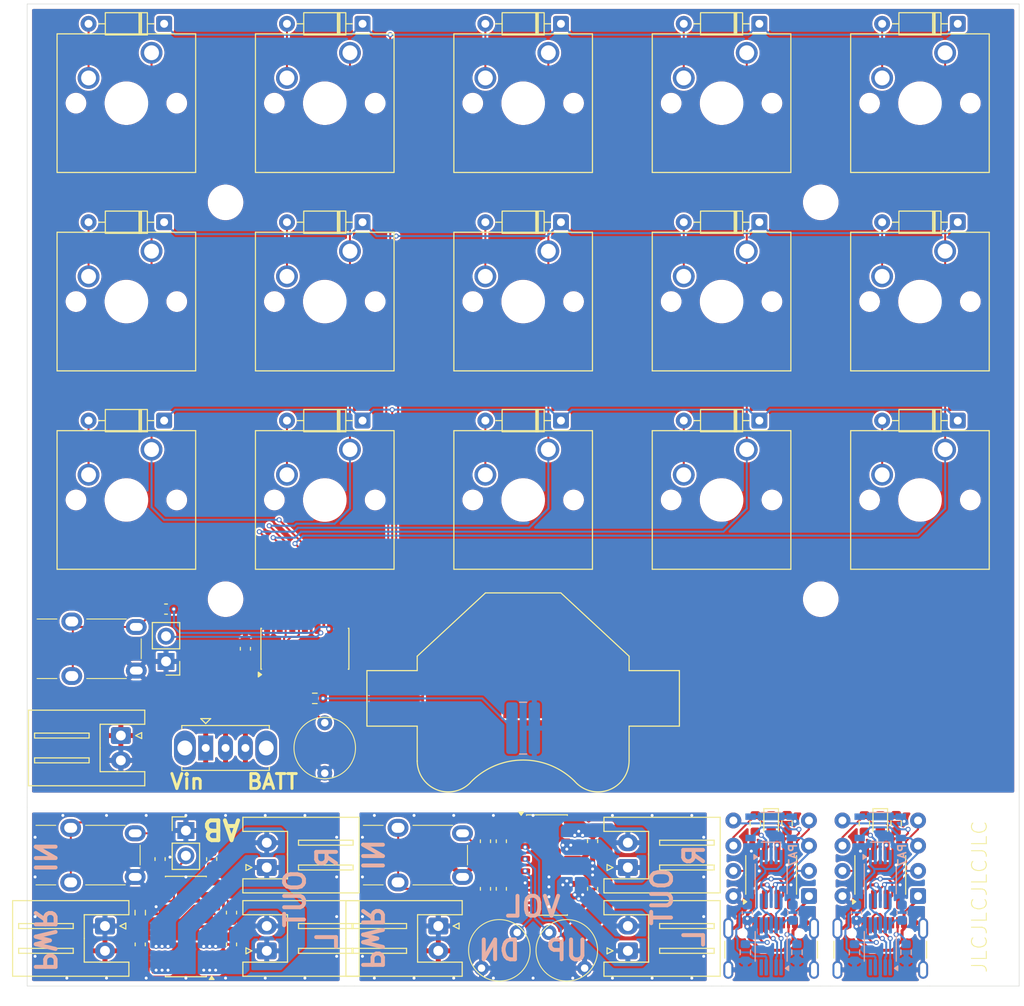
<source format=kicad_pcb>
(kicad_pcb (version 20241229) (generator "pcbnew") (generator_version "9.0")
  (layers (0 "F.Cu" signal) (2 "B.Cu" signal) (13 "F.Paste" user) (15 "B.Paste" user) (5 "F.SilkS" user "F.Silkscreen") (7 "B.SilkS" user "B.Silkscreen") (1 "F.Mask" user) (3 "B.Mask" user) (25 "Edge.Cuts" user))
  (net 0 "")
  (net 1 "VCC")
  (net 2 "GND")
  (net 3 "WO")
  (net 4 "Net-(C1-Pad1)")
  (net 5 "ROW1")
  (net 6 "Net-(D1-A)")
  (net 7 "Net-(D2-A)")
  (net 8 "Net-(D3-A)")
  (net 9 "Net-(D4-A)")
  (net 10 "Net-(D5-A)")
  (net 11 "ROW2")
  (net 12 "Net-(D6-A)")
  (net 13 "Net-(D7-A)")
  (net 14 "Net-(D8-A)")
  (net 15 "Net-(D9-A)")
  (net 16 "Net-(D10-A)")
  (net 17 "Net-(D11-A)")
  (net 18 "ROW3")
  (net 19 "Net-(D12-A)")
  (net 20 "Net-(D13-A)")
  (net 21 "Net-(D14-A)")
  (net 22 "Net-(D15-A)")
  (net 23 "PTF")
  (net 24 "COL1")
  (net 25 "COL2")
  (net 26 "COL3")
  (net 27 "COL4")
  (net 28 "COL5")
  (net 29 "BTN")
  (net 30 "UPDI")
  (net 31 "Vbat")
  (net 32 "Vin")
  (net 33 "INR")
  (net 34 "Net-(U1-INL)")
  (net 35 "Net-(U1-INR)")
  (net 36 "INL")
  (net 37 "Net-(U1-VREF)")
  (net 38 "MODE")
  (net 39 "/ROUTN")
  (net 40 "/ROUTP")
  (net 41 "/LOUTN")
  (net 42 "/LOUTP")
  (net 43 "VDD")
  (net 44 "Net-(U1-RINP)")
  (net 45 "Net-(U1-RINN)")
  (net 46 "Net-(U1-LINP)")
  (net 47 "Net-(U1-LINN)")
  (net 48 "Net-(U1-UP)")
  (net 49 "Net-(U1-DOWN)")
  (net 50 "ING")
  (net 51 "Net-(U2-V3)")
  (net 52 "D+")
  (net 53 "D-")
  (net 54 "PA3")
  (net 55 "PA6")
  (net 56 "Net-(D1-K)")
  (net 57 "PA7")
  (net 58 "PA1")
  (net 59 "PA2")
  (net 60 "Net-(J3-CC2)")
  (net 61 "Net-(J3-CC1)")
  (net 62 "Net-(R2-Pad1)")
  (net 63 "RXD")
  (net 64 "TXD")
  (net 65 "RTS#")
  (footprint "Library:alps-skrg" (layer "F.Cu") (at 80 145 -90)
    (property "Reference" "SW16" (hide yes))
    (property "Value" "SW_Push" (hide yes))
  )
  (footprint "Package_SO:SOIC-16_3.9x9.9mm_P1.27mm" (layer "F.Cu") (at 66 163 180)
    (property "Reference" "U1" (hide yes))
    (property "Value" "PAM8406D" (hide yes))
  )
  (footprint "Diode_THT:D_DO-35_SOD27_P7.62mm_Horizontal" (layer "F.Cu") (at 83.81 112 180)
    (property "Reference" "D12" (hide yes))
    (property "Value" "1N4148" (hide yes))
  )
  (footprint "LED_SMD:LED_0603_1608Metric" (layer "F.Cu") (at 125 152.6 -90)
    (property "Reference" "D1" (hide yes))
    (property "Value" "LED" (hide yes))
  )
  (footprint "Capacitor_SMD:C_0603_1608Metric" (layer "F.Cu") (at 68.6 156.2 -90)
    (property "Reference" "C1" (hide yes))
    (property "Value" "0u1" (hide yes))
  )
  (footprint "Capacitor_SMD:C_0603_1608Metric" (layer "F.Cu") (at 70.6 164.8 90)
    (property "Reference" "C6" (hide yes))
    (property "Value" "1u" (hide yes))
  )
  (footprint "Capacitor_SMD:C_0603_1608Metric" (layer "F.Cu") (at 107 154.4 90)
    (property "Reference" "C5" (hide yes))
    (property "Value" "1u" (hide yes))
  )
  (footprint "Package_SO:SOIC-14_3.9x8.7mm_P1.27mm" (layer "F.Cu") (at 78 135 90)
    (property "Reference" "U1" (hide yes))
    (property "Value" "ATtiny404-SS" (hide yes))
  )
  (footprint "Diode_THT:D_DO-35_SOD27_P7.62mm_Horizontal" (layer "F.Cu") (at 143.81 72 180)
    (property "Reference" "D5" (hide yes))
    (property "Value" "1N4148" (hide yes))
  )
  (footprint "Diode_THT:D_DO-35_SOD27_P7.62mm_Horizontal" (layer "F.Cu") (at 123.81 72 180)
    (property "Reference" "D4" (hide yes))
    (property "Value" "1N4148" (hide yes))
  )
  (footprint "Capacitor_SMD:C_0603_1608Metric" (layer "F.Cu") (at 64 131)
    (property "Reference" "C1" (hide yes))
    (property "Value" "4u7" (hide yes))
  )
  (footprint "Package_SO:SOIC-8_3.9x4.9mm_P1.27mm" (layer "F.Cu") (at 125 157.8 90)
    (property "Reference" "U1" (hide yes))
    (property "Value" "ATtiny202-SS" (hide yes))
  )
  (footprint "Package_SO:SO-16_3.9x9.9mm_P1.27mm" (layer "F.Cu") (at 102.4 156.8)
    (property "Reference" "U1" (hide yes))
    (property "Value" "PAM8408D" (hide yes))
  )
  (footprint "Button_Switch_THT:SW_Slide_SPDT_Straight_CK_OS102011MS2Q" (layer "F.Cu") (at 68 145)
    (property "Reference" "SW17" (hide yes))
    (property "Value" "SW_SPDT" (hide yes))
  )
  (footprint "LED_SMD:LED_0603_1608Metric" (layer "F.Cu") (at 136 152.6 -90)
    (property "Reference" "D1" (hide yes))
    (property "Value" "LED" (hide yes))
  )
  (footprint "Connector_JST:JST_XH_S2B-XH-A_1x02_P2.50mm_Horizontal" (layer "F.Cu") (at 74.155 157.05 90)
    (property "Reference" "J1" (hide yes))
    (property "Value" "ROUT" (hide yes))
  )
  (footprint "Connector_JST:JST_XH_S2B-XH-A_1x02_P2.50mm_Horizontal" (layer "F.Cu") (at 57.845 162.95 -90)
    (property "Reference" "J4" (hide yes))
    (property "Value" "PWR" (hide yes))
  )
  (footprint "Capacitor_SMD:C_0603_1608Metric" (layer "F.Cu") (at 96.2 159.2 -90)
    (property "Reference" "C3" (hide yes))
    (property "Value" "0u1" (hide yes))
  )
  (footprint "Button_Switch_Keyboard:SW_Cherry_MX_1.00u_PCB" (layer "F.Cu") (at 142.54 74.92)
    (property "Reference" "SW5" (hide yes))
    (property "Value" "SW_Push" (hide yes))
  )
  (footprint "Capacitor_SMD:C_0603_1608Metric" (layer "F.Cu") (at 107 159.2 -90)
    (property "Reference" "C6" (hide yes))
    (property "Value" "1u" (hide yes))
  )
  (footprint "Library:mcbeeringi_icon_20mm" (layer "F.Cu") (at 125 141)
    (property "Reference" "")
    (property "Value" "LOGO" (hide yes))
  )
  (footprint "Library:MJ-8435" (layer "F.Cu") (at 49.8875 155.8 90)
    (property "Reference" "J3" (hide yes))
    (property "Value" "AudioJack3" (hide yes))
  )
  (footprint "Diode_THT:D_DO-35_SOD27_P7.62mm_Horizontal" (layer "F.Cu") (at 143.81 112 180)
    (property "Reference" "D15" (hide yes))
    (property "Value" "1N4148" (hide yes))
  )
  (footprint "Resistor_SMD:R_0603_1608Metric" (layer "F.Cu") (at 137.6 152.575 -90)
    (property "Reference" "R1" (hide yes))
    (property "Value" "10k" (hide yes))
  )
  (footprint "Capacitor_SMD:C_0603_1608Metric" (layer "F.Cu") (at 96.2 154.4 90)
    (property "Reference" "C1" (hide yes))
    (property "Value" "0u1" (hide yes))
  )
  (footprint "Diode_THT:D_DO-35_SOD27_P7.62mm_Horizontal" (layer "F.Cu") (at 63.81 72 180)
    (property "Reference" "D1" (hide yes))
    (property "Value" "1N4148" (hide yes))
  )
  (footprint "Diode_THT:D_DO-35_SOD27_P7.62mm_Horizontal" (layer "F.Cu") (at 143.81 92 180)
    (property "Reference" "D10" (hide yes))
    (property "Value" "1N4148" (hide yes))
  )
  (footprint "Capacitor_SMD:C_0603_1608Metric" (layer "F.Cu") (at 97.8 154.4 90)
    (property "Reference" "C2" (hide yes))
    (property "Value" "0u1" (hide yes))
  )
  (footprint "Diode_THT:D_DO-35_SOD27_P7.62mm_Horizontal" (layer "F.Cu") (at 103.81 112 180)
    (property "Reference" "D13" (hide yes))
    (property "Value" "1N4148" (hide yes))
  )
  (footprint "Capacitor_SMD:C_0603_1608Metric" (layer "F.Cu") (at 61.4 164.8 90)
    (property "Reference" "C5" (hide yes))
    (property "Value" "1u" (hide yes))
  )
  (footprint "Library:MJ-8435" (layer "F.Cu") (at 50 135 90)
    (property "Reference" "J1" (hide yes))
    (property "Value" "AudioJack3" (hide yes))
  )
  (footprint "Connector_JST:JST_XH_S2B-XH-A_1x02_P2.50mm_Horizontal" (layer "F.Cu") (at 110.555 157.05 90)
    (property "Reference" "J1" (hide yes))
    (property "Value" "ROUT" (hide yes))
  )
  (footprint "Resistor_SMD:R_0603_1608Metric" (layer "F.Cu") (at 123.4 152.6 90)
    (property "Reference" "R2" (hide yes))
    (property "Value" "4.7k" (hide yes))
  )
  (footprint "Diode_THT:D_DO-35_SOD27_P7.62mm_Horizontal" (layer "F.Cu") (at 123.81 92 180)
    (property "Reference" "D9" (hide yes))
    (property "Value" "1N4148" (hide yes))
  )
  (footprint "Button_Switch_Keyboard:SW_Cherry_MX_1.00u_PCB" (layer "F.Cu") (at 142.54 94.92)
    (property "Reference" "SW10" (hide yes))
    (property "Value" "SW_Push" (hide yes))
  )
  (footprint "Capacitor_SMD:C_0603_1608Metric" (layer "F.Cu") (at 72 135 90)
    (property "Reference" "C2" (hide yes))
    (property "Value" "4u7" (hide yes))
  )
  (footprint "Button_Switch_Keyboard:SW_Cherry_MX_1.00u_PCB" (layer "F.Cu") (at 122.54 94.92)
    (property "Reference" "SW9" (hide yes))
    (property "Value" "SW_Push" (hide yes))
  )
  (footprint "Diode_THT:D_DO-35_SOD27_P7.62mm_Horizontal" (layer "F.Cu") (at 103.81 92 180)
    (property "Reference" "D8" (hide yes))
    (property "Value" "1N4148" (hide yes))
  )
  (footprint "Diode_THT:D_DO-35_SOD27_P7.62mm_Horizontal" (layer "F.Cu") (at 83.81 72 180)
    (property "Reference" "D2" (hide yes))
    (property "Value" "1N4148" (hide yes))
  )
  (footprint "Diode_THT:D_DO-35_SOD27_P7.62mm_Horizontal" (layer "F.Cu") (at 63.81 92 180)
    (property "Reference" "D6" (hide yes))
    (property "Value" "1N4148" (hide yes))
  )
  (footprint "Diode_THT:D_DO-35_SOD27_P7.62mm_Horizontal" (layer "F.Cu") (at 103.81 72 180)
    (property "Reference" "D3" (hide yes))
    (property "Value" "1N4148" (hide yes))
  )
  (footprint "Button_Switch_Keyboard:SW_Cherry_MX_1.00u_PCB" (layer "F.Cu") (at 62.54 94.92)
    (property "Reference" "SW6" (hide yes))
    (property "Value" "SW_Push" (hide yes))
  )
  (footprint "Package_DIP:DIP-8_W7.62mm_Socket" (layer "F.Cu") (at 139.81 159.93 180)
    (property "Reference" "J2" (hide yes))
    (property "Value" "OUT" (hide yes))
  )
  (footprint "MountingHole:MountingHole_3.2mm_M3" (layer "F.Cu") (at 130 90)
    (property "Reference" "H2" (hide yes))
    (property "Value" "MountingHole" (hide yes))
  )
  (footprint "Resistor_SMD:R_0603_1608Metric" (layer "F.Cu") (at 79 140)
    (property "Reference" "R1" (hide yes))
    (property "Value" "10k" (hide yes))
  )
  (footprint "Library:MJ-8435" (layer "F.Cu") (at 82.8875 155.8 90)
    (property "Reference" "J3" (hide yes))
    (property "Value" "AudioJack3" (hide yes))
  )
  (footprint "Connector_USB:USB_C_Receptacle_GCT_USB4105-xx-A_16P_TopMnt_Horizontal" (layer "F.Cu") (at 125 166.29)
    (property "Reference" "J3" (hide yes))
    (property "Value" "USB_C_Receptacle_USB2.0_16P" (hide yes))
  )
  (footprint "Button_Switch_Keyboard:SW_Cherry_MX_1.00u_PCB" (layer "F.Cu") (at 122.54 114.92)
    (property "Reference" "SW14" (hide yes))
    (property "Value" "SW_Push" (hide yes))
  )
  (footprint "Library:alps-skrg" (layer "F.Cu") (at 97.6 165.4 45)
    (property "Reference" "SW2" (hide yes))
    (property "Value" "VOL_DOWN" (hide yes))
  )
  (footprint "Resistor_SMD:R_0603_1608Metric" (layer "F.Cu") (at 61.4 161.6 90)
    (property "Reference" "R1" (hide yes))
    (property "Value" "10k" (hide yes))
  )
  (footprint "Button_Switch_Keyboard:SW_Cherry_MX_1.00u_PCB" (layer "F.Cu") (at 82.54 74.92)
    (property "Reference" "SW2" (hide yes))
    (property "Value" "SW_Push" (hide yes))
  )
  (footprint "Resistor_SMD:R_0603_1608Metric" (layer "F.Cu") (at 134.4 152.6 90)
    (property "Reference" "R2" (hide yes))
    (property "Value" "4.7k" (hide yes))
  )
  (footprint "MountingHole:MountingHole_3.2mm_M3" (layer "F.Cu") (at 70 130)
    (property "Reference" "H3" (hide yes))
    (property "Value" "MountingHole" (hide yes))
  )
  (footprint "Connector_JST:JST_XH_S2B-XH-A_1x02_P2.50mm_Horizontal" (layer "F.Cu") (at 74.155 165.45 90)
    (property "Reference" "J2" (hide yes))
    (property "Value" "LOUT" (hide yes))
  )
  (footprint "Connector_JST:JST_XH_S2B-XH-A_1x02_P2.50mm_Horizontal" (layer "F.Cu") (at 110.555 165.45 90)
    (property "Reference" "J2" (hide yes))
    (property "Value" "LOUT" (hide yes))
  )
  (footprint "Button_Switch_Keyboard:SW_Cherry_MX_1.00u_PCB" (layer "F.Cu") (at 102.54 74.92)
    (property "Reference" "SW3" (hide yes))
    (property "Value" "SW_Push" (hide yes))
  )
  (footprint "Package_SO:SOIC-8_3.9x4.9mm_P1.27mm" (layer "F.Cu") (at 136 157.8 90)
    (property "Reference" "U1" (hide yes))
    (property "Value" "ATtiny202-SS" (hide yes))
  )
  (footprint "Button_Switch_Keyboard:SW_Cherry_MX_1.00u_PCB" (layer "F.Cu") (at 102.54 94.92)
    (property "Reference" "SW8" (hide yes))
    (property "Value" "SW_Push" (hide yes))
  )
  (footprint "Diode_THT:D_DO-35_SOD27_P7.62mm_Horizontal" (layer "F.Cu") (at 63.81 112 180)
    (property "Reference" "D11" (hide yes))
    (property "Value" "1N4148" (hide yes))
  )
  (footprint "Diode_THT:D_DO-35_SOD27_P7.62mm_Horizontal" (layer "F.Cu") (at 123.81 112 180)
    (property "Reference" "D14" (hide yes))
    (property "Value" "1N4148" (hide yes))
  )
  (footprint "Connector_PinHeader_2.54mm:PinHeader_1x02_P2.54mm_Vertical" (layer "F.Cu") (at 66 153.325)
    (property "Reference" "JP1" (hide yes))
    (property "Value" "AB" (hide yes))
  )
  (footprint "Button_Switch_Keyboard:SW_Cherry_MX_1.00u_PCB" (layer "F.Cu") (at 102.54 114.92)
    (property "Reference" "SW13" (hide yes))
    (property "Value" "SW_Push" (hide yes))
  )
  (footprint "MountingHole:MountingHole_3.2mm_M3" (layer "F.Cu") (at 130 130)
    (property "Reference" "H4" (hide yes))
    (property "Value" "MountingHole" (hide yes))
  )
  (footprint "Button_Switch_Keyboard:SW_Cherry_MX_1.00u_PCB" (layer "F.Cu") (at 142.54 114.92)
    (property "Reference" "SW15" (hide yes))
    (property "Value" "SW_Push" (hide yes))
  )
  (footprint "Capacitor_SMD:C_0603_1608Metric" (layer "F.Cu") (at 70.6 161.6 90)
    (property "Reference" "C3" (hide yes))
    (property "Value" "0u1" (hide yes))
  )
  (footprint "Button_Switch_Keyboard:SW_Cherry_MX_1.00u_PCB" (layer "F.Cu") (at 62.54 114.92)
    (property "Reference" "SW11" (hide yes))
    (property "Value" "SW_Push" (hide yes))
  )
  (footprint "Button_Switch_Keyboard:SW_Cherry_MX_1.00u_PCB" (layer "F.Cu") (at 62.54 74.92)
    (property "Reference" "SW1" (hide yes))
    (property "Value" "SW_Push" (hide yes))
  )
  (footprint "Library:PCB.MCBEERINGI.DEV" (layer "F.Cu") (at 141 141)
    (property "Reference" "")
    (property "Value" "")
  )
  (footprint "Resistor_SMD:R_0603_1608Metric" (layer "F.Cu") (at 126.6 152.575 -90)
    (property "Reference" "R1" (hide yes))
    (property "Value" "10k" (hide yes))
  )
  (footprint "Button_Switch_Keyboard:SW_Cherry_MX_1.00u_PCB" (layer "F.Cu") (at 82.54 94.92)
    (property "Reference" "SW7" (hide yes))
    (property "Value" "SW_Push" (hide yes))
  )
  (footprint "Diode_THT:D_DO-35_SOD27_P7.62mm_Horizontal" (layer "F.Cu") (at 83.81 92 180)
    (property "Reference" "D7" (hide yes))
    (property "Value" "1N4148" (hide yes))
  )
  (footprint "Connector_PinHeader_2.54mm:PinHeader_1x02_P2.54mm_Vertical" (layer "F.Cu") (at 64 136.275 180)
    (property "Reference" "J3" (hide yes))
    (property "Value" "UPDI" (hide yes))
  )
  (footprint "Capacitor_SMD:C_0603_1608Metric" (layer "F.Cu") (at 97.8 159.2 -90)
    (property "Reference" "C4" (hide yes))
    (property "Value" "0u1" (hide yes))
  )
  (footprint "Connector_JST:JST_XH_S2B-XH-A_1x02_P2.50mm_Horizontal" (layer "F.Cu") (at 59.445 143.75 -90)
    (property "Reference" "J2" (hide yes))
    (property "Value" "POW" (hide yes))
  )
  (footprint "Package_DIP:DIP-8_W7.62mm_Socket" (layer "F.Cu") (at 128.81 159.93 180)
    (property "Reference" "J2" (hide yes))
    (property "Value" "OUT" (hide yes))
  )
  (footprint "Capacitor_SMD:C_0603_1608Metric" (layer "F.Cu") (at 63.4 156.2 -90)
    (property "Reference" "C2" (hide yes))
    (property "Value" "0u1" (hide yes))
  )
  (footprint "Button_Switch_Keyboard:SW_Cherry_MX_1.00u_PCB" (layer "F.Cu") (at 82.54 114.92)
    (property "Reference" "SW12" (hide yes))
    (property "Value" "SW_Push" (hide yes))
  )
  (footprint "Connector_USB:USB_C_Receptacle_GCT_USB4105-xx-A_16P_TopMnt_Horizontal" (layer "F.Cu") (at 136 166.29)
    (property "Reference" "J3" (hide yes))
    (property "Value" "USB_C_Receptacle_USB2.0_16P" (hide yes))
  )
  (footprint "Connector_JST:JST_XH_S2B-XH-A_1x02_P2.50mm_Horizontal" (layer "F.Cu") (at 91.445 162.95 -90)
    (property "Reference" "J4" (hide yes))
    (property "Value" "PWR" (hide yes))
  )
  (footprint "Library:alps-skrg" (layer "F.Cu") (at 104.4 165.4 135)
    (property "Reference" "SW1" (hide yes))
    (property "Value" "VOL_UP" (hide yes))
  )
  (footprint "Battery:BatteryHolder_Multicomp_BC-2001_1x2032" (layer "F.Cu") (at 100 140 180)
    (property "Reference" "BT1" (hide yes))
    (property "Value" "CR2032" (hide yes))
  )
  (footprint "MountingHole:MountingHole_3.2mm_M3" (layer "F.Cu") (at 70 90)
    (property "Reference" "H1" (hide yes))
    (property "Value" "MountingHole" (hide yes))
  )
  (footprint "Button_Switch_Keyboard:SW_Cherry_MX_1.00u_PCB" (layer "F.Cu") (at 122.54 74.92)
    (property "Reference" "SW4" (hide yes))
    (property "Value" "SW_Push" (hide yes))
  )
  (footprint "Resistor_SMD:R_0603_1608Metric" (layer "B.Cu") (at 138.6 165.6 -90)
    (property "Reference" "R4" (hide yes))
    (property "Value" "4k7" (hide yes))
  )
  (footprint "Capacitor_SMD:C_0603_1608Metric" (layer "B.Cu") (at 122.6 161.6 90)
    (property "Reference" "C1" (hide yes))
    (property "Value" "4u7" (hide yes))
  )
  (footprint "Package_SO:MSOP-10_3x3mm_P0.5mm" (layer "B.Cu") (at 125 165 90)
    (property "Reference" "U2" (hide yes))
    (property "Value" "CH340E" (hide yes))
  )
  (footprint "Capacitor_SMD:C_0603_1608Metric" (layer "B.Cu") (at 133.6 161.6 90)
    (property "Reference" "C1" (hide yes))
    (property "Value" "4u7" (hide yes))
  )
  (footprint "Library:alps-skrp" (layer "B.Cu") (at 136 153)
    (property "Reference" "SW1" (hide yes))
    (property "Value" "SW_Push" (hide yes))
  )
  (footprint "Resistor_SMD:R_0603_1608Metric" (layer "B.Cu") (at 127.6 165.6 -90)
    (property "Reference" "R4" (hide yes))
    (property "Value" "4k7" (hide yes))
  )
  (footprint "Resistor_SMD:R_0603_1608Metric" (layer "B.Cu") (at 122.4 165.6 -90)
    (property "Reference" "R3" (hide yes))
    (property "Value" "4k7" (hide yes))
  )
  (footprint "Library:PCB.MCBEERINGI.DEV_small" (layer "B.Cu") (at 90.4 155.8 45)
    (property "Reference" "")
    (property "Value" "")
  )
  (footprint "Capacitor_SMD:C_0603_1608Metric" (layer "B.Cu") (at 138.2 161.6 90)
    (property "Reference" "C2" (hide yes))
    (property "Value" "0u1" (hide yes))
  )
  (footprint "Capacitor_SMD:C_0603_1608Metric" (layer "B.Cu") (at 127.2 161.6 90)
    (property "Reference" "C2" (hide yes))
    (property "Value" "0u1" (hide yes))
  )
  (footprint "Library:mcbeeringi_icon_5mm" (layer "B.Cu") (at 63.4 155.6 45)
    (property "Reference" "")
    (property "Value" "mcbeeringi_icon" (hide yes))
  )
  (footprint "Library:PCB.MCBEERINGI.DEV_small" (layer "B.Cu") (at 57.4 155.8 45)
    (property "Reference" "")
    (property "Value" "")
  )
  (footprint "Library:alps-skrp" (layer "B.Cu") (at 125 153)
    (property "Reference" "SW1" (hide yes))
    (property "Value" "SW_Push" (hide yes))
  )
  (footprint "Package_SO:VSSOP-10_3x3mm_P0.5mm" (layer "B.Cu") (at 125 158.2 -90)
    (property "Reference" "U3" (hide yes))
    (property "Value" "TS5A23159DGS" (hide yes))
  )
  (footprint "Resistor_SMD:R_1020_2550Metric" (layer "B.Cu") (at 100 143)
    (property "Reference" "R2" (hide yes))
    (property "Value" "PTF" (hide yes))
  )
  (footprint "Package_SO:VSSOP-10_3x3mm_P0.5mm" (layer "B.Cu") (at 136 158.2 -90)
    (property "Reference" "U3" (hide yes))
    (property "Value" "TS5A23159DGS" (hide yes))
  )
  (footprint "Resistor_SMD:R_0603_1608Metric" (layer "B.Cu") (at 133.4 165.6 -90)
    (property "Reference" "R3" (hide yes))
    (property "Value" "4k7" (hide yes))
  )
  (footprint "Package_SO:MSOP-10_3x3mm_P0.5mm" (layer "B.Cu") (at 136 165 90)
    (property "Reference" "U2" (hide yes))
    (property "Value" "CH340E" (hide yes))
  )
  (footprint "Library:mcbeeringi_icon_5mm" (layer "B.Cu") (at 96.6 154.8 45)
    (property "Reference" "")
    (property "Value" "mcbeeringi_icon" (hide yes))
  )
  (gr_line (start 83 169) (end 119 169) (stroke (width 0.05)) (layer "Edge.Cuts"))
  (gr_line (start 83 169) (end 82 169) (stroke (width 0.05)) (layer "Edge.Cuts"))
  (gr_line (start 120 169) (end 119 169) (stroke (width 0.05)) (layer "Edge.Cuts"))
  (gr_line (start 150 70) (end 150 150) (stroke (width 0.05)) (layer "Edge.Cuts"))
  (gr_line (start 50 151) (end 50 169) (stroke (width 0.05)) (layer "Edge.Cuts"))
  (gr_line (start 50 151) (end 50 150) (stroke (width 0.05)) (layer "Edge.Cuts"))
  (gr_line (start 130 169) (end 120 169) (stroke (width 0.05)) (layer "Edge.Cuts"))
  (gr_line (start 50 169) (end 82 169) (stroke (width 0.05)) (layer "Edge.Cuts"))
  (gr_line (start 150 169) (end 141 169) (stroke (width 0.05)) (layer "Edge.Cuts"))
  (gr_line (start 50 70) (end 150 70) (stroke (width 0.05)) (layer "Edge.Cuts"))
  (gr_line (start 131 169) (end 130 169) (stroke (width 0.05)) (layer "Edge.Cuts"))
  (gr_line (start 141 169) (end 131 169) (stroke (width 0.05)) (layer "Edge.Cuts"))
  (gr_line (start 150 150) (end 150 169) (stroke (width 0.05)) (layer "Edge.Cuts"))
  (gr_line (start 50 150) (end 50 70) (stroke (width 0.05)) (layer "Edge.Cuts"))
  (gr_text "AB" (at 69.6 153.2 180) (layer "F.SilkS") (effects (font (size 2 2) (thickness 0.4) (bold yes))))
  (gr_text "BATT" (at 72 148.4 0) (layer "F.SilkS") (effects (font (size 1.5 1.5) (thickness 0.3) (bold yes)) (justify left)))
  (gr_text "JLCJLCJLCJLC" (at 146 160 90) (layer "F.SilkS") (effects (font (size 1.5 1.5) (thickness 0.1))))
  (gr_text "Vin" (at 68 148.4 0) (layer "F.SilkS") (effects (font (size 1.5 1.5) (thickness 0.3) (bold yes)) (justify right)))
  (gr_text "OUT" (at 114 160 90) (layer "B.SilkS") (effects (font (size 2 2) (thickness 0.4) (bold yes)) (justify mirror)))
  (gr_text "L" (at 118.4 164.2 90) (layer "B.SilkS") (effects (font (size 2 2) (thickness 0.4) (bold yes)) (justify bottom mirror)))
  (gr_text "R" (at 118.4 155.8 90) (layer "B.SilkS") (effects (font (size 2 2) (thickness 0.4) (bold yes)) (justify bottom mirror)))
  (gr_text "PA7" (at 138.2 155.8 90) (layer "B.SilkS") (effects (font (size 0.8 0.8) (thickness 0.16) (bold yes)) (justify mirror)))
  (gr_text "PWR" (at 50.6 164.4 270) (layer "B.SilkS") (effects (font (size 2 2) (thickness 0.4) (bold yes)) (justify bottom mirror)))
  (gr_text "IN" (at 50.6 156 270) (layer "B.SilkS") (effects (font (size 2 2) (thickness 0.4) (bold yes)) (justify bottom mirror)))
  (gr_text "R" (at 81.4 156 90) (layer "B.SilkS") (effects (font (size 2 2) (thickness 0.4) (bold yes)) (justify bottom mirror)))
  (gr_text "L" (at 81.4 164.4 90) (layer "B.SilkS") (effects (font (size 2 2) (thickness 0.4) (bold yes)) (justify bottom mirror)))
  (gr_text "OUT" (at 77 160.2 90) (layer "B.SilkS") (effects (font (size 2 2) (thickness 0.4) (bold yes)) (justify mirror)))
  (gr_text "PWR" (at 83.6 164.2 270) (layer "B.SilkS") (effects (font (size 2 2) (thickness 0.4) (bold yes)) (justify bottom mirror)))
  (gr_text "PA7" (at 127.2 155.8 90) (layer "B.SilkS") (effects (font (size 0.8 0.8) (thickness 0.16) (bold yes)) (justify mirror)))
  (gr_text "UP" (at 104.4 165.4 0) (layer "B.SilkS") (effects (font (size 2 2) (thickness 0.4) (bold yes)) (justify mirror)))
  (gr_text "IN" (at 83.6 155.8 270) (layer "B.SilkS") (effects (font (size 2 2) (thickness 0.4) (bold yes)) (justify bottom mirror)))
  (gr_text "DN" (at 97.6 165.4 0) (layer "B.SilkS") (effects (font (size 2 2) (thickness 0.4) (bold yes)) (justify mirror)))
  (gr_text "VOL" (at 101 161 0) (layer "B.SilkS") (effects (font (size 2 2) (thickness 0.4) (bold yes)) (justify mirror)))
  (segment (start 134.095 159.705) (end 134.095 161.314453) (width 0.3) (layer "F.Cu") (net 1))
  (segment (start 122.6 162.61) (end 122.6 163.2) (width 0.3) (layer "F.Cu") (net 1))
  (segment (start 122.8 164.2) (end 124 165.4) (width 0.3) (layer "F.Cu") (net 1))
  (segment (start 138.4 162.61) (end 138.4 161.667678) (width 0.3) (layer "F.Cu") (net 1))
  (segment (start 128.81 160.257678) (end 128.81 159.93) (width 0.3) (layer "F.Cu") (net 1))
  (segment (start 133.8 164.2) (end 135 165.4) (width 0.3) (layer "F.Cu") (net 1))
  (segment (start 138.2 164.4) (end 138.2 163.418992) (width 0.3) (layer "F.Cu") (net 1))
  (segment (start 124 158.8) (end 123.095 159.705) (width 0.3) (layer "F.Cu") (net 1))
  (segment (start 133.8 163.4) (end 133.8 164.2) (width 0.3) (layer "F.Cu") (net 1))
  (segment (start 122.6 161.809453) (end 122.6 162.61) (width 0.3) (layer "F.Cu") (net 1))
  (segment (start 127.4 163.218992) (end 127.4 162.61) (width 0.3) (layer "F.Cu") (net 1))
  (segment (start 127.4 162.61) (end 127.4 161.667678) (width 0.3) (layer "F.Cu") (net 1))
  (segment (start 137.2 165.4) (end 138.2 164.4) (width 0.3) (layer "F.Cu") (net 1))
  (segment (start 127.4 161.667678) (end 128.81 160.257678) (width 0.3) (layer "F.Cu") (net 1))
  (segment (start 126.2 165.4) (end 127.2 164.4) (width 0.3) (layer "F.Cu") (net 1))
  (segment (start 122.6 163.2) (end 122.8 163.4) (width 0.3) (layer "F.Cu") (net 1))
  (segment (start 135 158.8) (end 134.095 159.705) (width 0.3) (layer "F.Cu") (net 1))
  (segment (start 122.8 163.4) (end 122.8 164.2) (width 0.3) (layer "F.Cu") (net 1))
  (segment (start 127.2 164.4) (end 127.2 163.418992) (width 0.3) (layer "F.Cu") (net 1))
  (segment (start 134.095 161.314453) (end 133.6 161.809453) (width 0.3) (layer "F.Cu") (net 1))
  (segment (start 123.095 161.314453) (end 122.6 161.809453) (width 0.3) (layer "F.Cu") (net 1))
  (segment (start 138.2 163.418992) (end 138.4 163.218992) (width 0.3) (layer "F.Cu") (net 1))
  (segment (start 135 165.4) (end 137.2 165.4) (width 0.3) (layer "F.Cu") (net 1))
  (segment (start 139.81 160.257678) (end 139.81 159.93) (width 0.3) (layer "F.Cu") (net 1))
  (segment (start 123.095 159.705) (end 123.095 161.314453) (width 0.3) (layer "F.Cu") (net 1))
  (segment (start 138.4 161.667678) (end 139.81 160.257678) (width 0.3) (layer "F.Cu") (net 1))
  (segment (start 124.6 158.8) (end 124 158.8) (width 0.3) (layer "F.Cu") (net 1))
  (segment (start 135.6 158.8) (end 135 158.8) (width 0.3) (layer "F.Cu") (net 1))
  (segment (start 133.6 162.61) (end 133.6 163.2) (width 0.3) (layer "F.Cu") (net 1))
  (segment (start 133.6 161.809453) (end 133.6 162.61) (width 0.3) (layer "F.Cu") (net 1))
  (segment (start 133.6 163.2) (end 133.8 163.4) (width 0.3) (layer "F.Cu") (net 1))
  (segment (start 124 165.4) (end 126.2 165.4) (width 0.3) (layer "F.Cu") (net 1))
  (segment (start 127.2 163.418992) (end 127.4 163.218992) (width 0.3) (layer "F.Cu") (net 1))
  (segment (start 138.4 163.218992) (end 138.4 162.61) (width 0.3) (layer "F.Cu") (net 1))
  (via (at 122.6 162.2) (size 0.5) (drill 0.3) (layers "F.Cu" "B.Cu") (net 1))
  (via (at 133.6 162.2) (size 0.5) (drill 0.3) (layers "F.Cu" "B.Cu") (net 1))
  (via (at 122.6 163) (size 0.5) (drill 0.3) (layers "F.Cu" "B.Cu") (net 1))
  (via (at 124.6 158.8) (size 0.5) (drill 0.3) (layers "F.Cu" "B.Cu") (net 1))
  (via (at 133.6 163) (size 0.5) (drill 0.3) (layers "F.Cu" "B.Cu") (net 1))
  (via (at 135.6 158.8) (size 0.5) (drill 0.3) (layers "F.Cu" "B.Cu") (net 1))
  (segment (start 136 159.2) (end 136 160.4) (width 0.3) (layer "B.Cu") (net 1))
  (segment (start 125 159.2) (end 125 160.4) (width 0.3) (layer "B.Cu") (net 1))
  (segment (start 135.6 158.8) (end 136 159.2) (width 0.3) (layer "B.Cu") (net 1))
  (segment (start 124.6 158.8) (end 125 159.2) (width 0.3) (layer "B.Cu") (net 1))
  (segment (start 139.775 163.185) (end 139.2 162.61) (width 0.3) (layer "F.Cu") (net 2))
  (segment (start 107 156.6) (end 107 155.175) (width 0.5) (layer "F.Cu") (net 2))
  (segment (start 132.225 163.185) (end 132.8 162.61) (width 0.3) (layer "F.Cu") (net 2))
  (segment (start 120.68 163.185) (end 121.225 163.185) (width 0.3) (layer "F.Cu") (net 2))
  (segment (start 126.6 153.4) (end 126.251 153.749) (width 0.3) (layer "F.Cu") (net 2))
  (segment (start 107 158.425) (end 107 156.6) (width 0.5) (layer "F.Cu") (net 2))
  (segment (start 126.251 153.749) (end 126.251 154.2) (width 0.3) (layer "F.Cu") (net 2))
  (segment (start 106.01 156.165) (end 107 155.175) (width 0.5) (layer "F.Cu") (net 2))
  (segment (start 137.6 153.4) (end 137.251 153.749) (width 0.3) (layer "F.Cu") (net 2))
  (segment (start 104.975 156.165) (end 106.01 156.165) (width 0.5) (layer "F.Cu") (net 2))
  (segment (start 104.975 157.435) (end 106.01 157.435) (width 0.5) (layer "F.Cu") (net 2))
  (segment (start 129.32 163.185) (end 128.775 163.185) (width 0.3) (layer "F.Cu") (net 2))
  (segment (start 106.01 157.435) (end 107 158.425) (width 0.5) (layer "F.Cu") (net 2))
  (segment (start 121.225 163.185) (end 121.8 162.61) (width 0.3) (layer "F.Cu") (net 2))
  (segment (start 128.775 163.185) (end 128.2 162.61) (width 0.3) (layer "F.Cu") (net 2))
  (segment (start 137.251 153.749) (end 137.251 154.2) (width 0.3) (layer "F.Cu") (net 2))
  (segment (start 140.32 163.185) (end 139.775 163.185) (width 0.3) (layer "F.Cu") (net 2))
  (segment (start 131.68 163.185) (end 132.225 163.185) (width 0.3) (layer "F.Cu") (net 2))
  (via (at 101 168.2) (size 0.5) (drill 0.3) (layers "F.Cu" "B.Cu") (net 2))
  (via (at 107 157.8) (size 0.5) (drill 0.3) (layers "F.Cu" "B.Cu") (net 2))
  (via (at 113 151.8) (size 0.5) (drill 0.3) (layers "F.Cu" "B.Cu") (net 2))
  (via (at 134 155.4) (size 0.5) (drill 0.3) (layers "F.Cu" "B.Cu") (net 2))
  (via (at 127.4 152.4) (size 0.5) (drill 0.3) (layers "F.Cu" "B.Cu") (net 2))
  (via (at 138.4 152.4) (size 0.5) (drill 0.3) (layers "F.Cu" "B.Cu") (net 2))
  (via (at 78 168.2) (size 0.5) (drill 0.3) (layers "F.Cu" "B.Cu") (net 2))
  (via (at 117 151.8) (size 0.5) (drill 0.3) (layers "F.Cu" "B.Cu") (net 2))
  (via (at 97 151.8) (size 0.5) (drill 0.3) (layers "F.Cu" "B.Cu") (net 2))
  (via (at 109 151.8) (size 0.5) (drill 0.3) (layers "F.Cu" "B.Cu") (net 2))
  (via (at 100.2 158.6) (size 0.5) (drill 0.3) (layers "F.Cu" "B.Cu") (net 2))
  (via (at 63 161) (size 0.5) (drill 0.3) (layers "F.Cu" "B.Cu") (net 2))
  (via (at 102.6 159) (size 0.5) (drill 0.3) (layers "F.Cu" "B.Cu") (net 2))
  (via (at 50.8 162) (size 0.5) (drill 0.3) (layers "F.Cu" "B.Cu") (net 2))
  (via (at 134.8 157.4) (size 0.5) (drill 0.3) (layers "F.Cu" "B.Cu") (net 2))
  (via (at 83.8 162) (size 0.5) (drill 0.3) (layers "F.Cu" "B.Cu") (net 2))
  (via (at 66 158) (size 0.5) (drill 0.3) (layers "F.Cu" "B.Cu") (net 2))
  (via (at 62 151.8) (size 0.5) (drill 0.3) (layers "F.Cu" "B.Cu") (net 2))
  (via (at 126.6 156.8) (size 0.5) (drill 0.3) (layers "F.Cu" "B.Cu") (net 2))
  (via (at 85 168.2) (size 0.5) (drill 0.3) (layers "F.Cu" "B.Cu") (net 2))
  (via (at 50.8 158) (size 0.5) (drill 0.3) (layers "F.Cu" "B.Cu") (net 2))
  (via (at 102.6 158) (size 0.5) (drill 0.3) (layers "F.Cu" "B.Cu") (net 2))
  (via (at 105 168.2) (size 0.5) (drill 0.3) (layers "F.Cu" "B.Cu") (net 2))
  (via (at 127 158.8) (size 0.5) (drill 0.3) (layers "F.Cu" "B.Cu") (net 2))
  (via (at 137.6 156.8) (size 0.5) (drill 0.3) (layers "F.Cu" "B.Cu") (net 2))
  (via (at 101 151.8) (size 0.5) (drill 0.3) (layers "F.Cu" "B.Cu") (net 2))
  (via (at 109 168.2) (size 0.5) (drill 0.3) (layers "F.Cu" "B.Cu") (net 2))
  (via (at 70 151.8) (size 0.5) (drill 0.3) (layers "F.Cu" "B.Cu") (net 2))
  (via (at 50.8 154) (size 0.5) (drill 0.3) (layers "F.Cu" "B.Cu") (net 2))
  (via (at 118.2 162) (size 0.5) (drill 0.3) (layers "F.Cu" "B.Cu") (net 2))
  (via (at 138 158.8) (size 0.5) (drill 0.3) (layers "F.Cu" "B.Cu") (net 2))
  (via (at 81.2 158) (size 0.5) (drill 0.3) (layers "F.Cu" "B.Cu") (net 2))
  (via (at 70 168.2) (size 0.5) (drill 0.3) (layers "F.Cu" "B.Cu") (net 2))
  (via (at 66 151.8) (size 0.5) (drill 0.3) (layers "F.Cu" "B.Cu") (net 2))
  (via (at 89 151.8) (size 0.5) (drill 0.3) (layers "F.Cu" "B.Cu") (net 2))
  (via (at 53.6 151.8) (size 0.5) (drill 0.3) (layers "F.Cu" "B.Cu") (net 2))
  (via (at 117 168.2) (size 0.5) (drill 0.3) (layers "F.Cu" "B.Cu") (net 2))
  (via (at 118.2 166) (size 0.5) (drill 0.3) (layers "F.Cu" "B.Cu") (net 2))
  (via (at 81.2 162) (size 0.5) (drill 0.3) (layers "F.Cu" "B.Cu") (net 2))
  (via (at 83.8 166) (size 0.5) (drill 0.3) (layers "F.Cu" "B.Cu") (net 2))
  (via (at 78 151.8) (size 0.5) (drill 0.3) (layers "F.Cu" "B.Cu") (net 2))
  (via (at 74 168.2) (size 0.5) (drill 0.3) (layers "F.Cu" "B.Cu") (net 2))
  (via (at 118.2 158) (size 0.5) (drill 0.3) (layers "F.Cu" "B.Cu") (net 2))
  (via (at 123 155.4) (size 0.5) (drill 0.3) (layers "F.Cu" "B.Cu") (net 2))
  (via (at 50.8 166) (size 0.5) (drill 0.3) (layers "F.Cu" "B.Cu") (net 2))
  (via (at 107 157.2) (size 0.5) (drill 0.3) (layers "F.Cu" "B.Cu") (net 2))
  (via (at 83.8 158) (size 0.5) (drill 0.3) (layers "F.Cu" "B.Cu") (net 2))
  (via (at 54 168.2) (size 0.5) (drill 0.3) (layers "F.Cu" "B.Cu") (net 2))
  (via (at 83.8 154) (size 0.5) (drill 0.3) (layers "F.Cu" "B.Cu") (net 2))
  (via (at 89 168.2) (size 0.5) (drill 0.3) (layers "F.Cu" "B.Cu") (net 2))
  (via (at 74 151.8) (size 0.5) (drill 0.3) (layers "F.Cu" "B.Cu") (net 2))
  (via (at 81.2 154) (size 0.5) (drill 0.3) (layers "F.Cu" "B.Cu") (net 2))
  (via (at 97 168.2) (size 0.5) (drill 0.3) (layers "F.Cu" "B.Cu") (net 2))
  (via (at 64.4 156) (size 0.5) (drill 0.3) (layers "F.Cu" "B.Cu") (net 2))
  (via (at 93 151.8) (size 0.5) (drill 0.3) (layers "F.Cu" "B.Cu") (net 2))
  (via (at 113 168.2) (size 0.5) (drill 0.3) (layers "F.Cu" "B.Cu") (net 2))
  (via (at 85 151.8) (size 0.5) (drill 0.3) (layers "F.Cu" "B.Cu") (net 2))
  (via (at 58 168.2) (size 0.5) (drill 0.3) (layers "F.Cu" "B.Cu") (net 2))
  (via (at 93 168.2) (size 0.5) (drill 0.3) (layers "F.Cu" "B.Cu") (net 2))
  (via (at 62 168.2) (size 0.5) (drill 0.3) (layers "F.Cu" "B.Cu") (net 2))
  (via (at 81.2 166) (size 0.5) (drill 0.3) (layers "F.Cu" "B.Cu") (net 2))
  (via (at 58 151.8) (size 0.5) (drill 0.3) (layers "F.Cu" "B.Cu") (net 2))
  (via (at 102.6 160) (size 0.5) (drill 0.3) (layers "F.Cu" "B.Cu") (net 2))
  (via (at 102.6 161) (size 0.5) (drill 0.3) (layers "F.Cu" "B.Cu") (net 2))
  (via (at 107 156.6) (size 0.5) (drill 0.3) (layers "F.Cu" "B.Cu") (net 2))
  (via (at 123.8 157.4) (size 0.5) (drill 0.3) (layers "F.Cu" "B.Cu") (net 2))
  (via (at 66 168.2) (size 0.5) (drill 0.3) (layers "F.Cu" "B.Cu") (net 2))
  (via (at 118.2 154) (size 0.5) (drill 0.3) (layers "F.Cu" "B.Cu") (net 2))
  (segment (start 133.925 151.925) (end 138.075 151.925) (width 0.3) (layer "B.Cu") (net 2))
  (segment (start 122.925 151.925) (end 127.075 151.925) (width 0.3) (layer "B.Cu") (net 2))
  (via (at 64.775 131) (size 0.5) (drill 0.3) (layers "F.Cu" "B.Cu") (net 3))
  (via (at 80.4 133) (size 0.5) (drill 0.3) (layers "F.Cu" "B.Cu") (net 3))
  (segment (start 65.4 133.4) (end 64.8 132.8) (width 0.2) (layer "B.Cu") (net 3))
  (segment (start 78.8 133.4) (end 65.4 133.4) (width 0.2) (layer "B.Cu") (net 3))
  (segment (start 80.2 132.8) (end 79.4 132.8) (width 0.2) (layer "B.Cu") (net 3))
  (segment (start 64.8 131.025) (end 64.775 131) (width 0.2) (layer "B.Cu") (net 3))
  (segment (start 80.4 133) (end 80.2 132.8) (width 0.2) (layer "B.Cu") (net 3))
  (segment (start 79.4 132.8) (end 78.8 133.4) (width 0.2) (layer "B.Cu") (net 3))
  (segment (start 64.8 132.8) (end 64.8 131.025) (width 0.2) (layer "B.Cu") (net 3))
  (segment (start 63 131) (end 61.2 132.8) (width 0.2) (layer "F.Cu") (net 4))
  (segment (start 54.6 137.65) (end 54.5 137.75) (width 0.2) (layer "F.Cu") (net 4))
  (segment (start 54.5 132.25) (end 54.6 132.35) (width 0.2) (layer "F.Cu") (net 4))
  (segment (start 61 132.8) (end 55.05 132.8) (width 0.2) (layer "F.Cu") (net 4))
  (segment (start 61.2 132.8) (end 61 132.8) (width 0.2) (layer "F.Cu") (net 4))
  (segment (start 63.225 131) (end 63 131) (width 0.2) (layer "F.Cu") (net 4))
  (segment (start 55.05 132.8) (end 54.5 132.25) (width 0.2) (layer "F.Cu") (net 4))
  (segment (start 54.6 132.35) (end 54.6 137.65) (width 0.2) (layer "F.Cu") (net 4))
  (segment (start 86.6 110.2) (end 86.2 110.6) (width 0.2) (layer "F.Cu") (net 5))
  (segment (start 86.2 111.2) (end 86.399 111.399) (width 0.2) (layer "F.Cu") (net 5))
  (segment (start 86.6 73.101) (end 86.6 110.2) (width 0.2) (layer "F.Cu") (net 5))
  (segment (start 86.2 110.6) (end 86.2 111.2) (width 0.2) (layer "F.Cu") (net 5))
  (segment (start 86.399 111.399) (end 86.399 129.001) (width 0.2) (layer "F.Cu") (net 5))
  (segment (start 82.875 132.525) (end 81.81 132.525) (width 0.2) (layer "F.Cu") (net 5))
  (segment (start 86.399 129.001) (end 82.875 132.525) (width 0.2) (layer "F.Cu") (net 5))
  (via (at 86.6 73.101) (size 0.5) (drill 0.3) (layers "F.Cu" "B.Cu") (net 5))
  (segment (start 122.709 73.101) (end 123.81 72) (width 0.2) (layer "B.Cu") (net 5))
  (segment (start 103.81 72) (end 104.911 73.101) (width 0.2) (layer "B.Cu") (net 5))
  (segment (start 82.709 73.101) (end 83.81 72) (width 0.2) (layer "B.Cu") (net 5))
  (segment (start 104.911 73.101) (end 122.709 73.101) (width 0.2) (layer "B.Cu") (net 5))
  (segment (start 102.709 73.101) (end 103.81 72) (width 0.2) (layer "B.Cu") (net 5))
  (segment (start 142.709 73.101) (end 143.81 72) (width 0.2) (layer "B.Cu") (net 5))
  (segment (start 123.81 72) (end 124.911 73.101) (width 0.2) (layer "B.Cu") (net 5))
  (segment (start 86.6 73.101) (end 102.709 73.101) (width 0.2) (layer "B.Cu") (net 5))
  (segment (start 84.911 73.101) (end 83.81 72) (width 0.2) (layer "B.Cu") (net 5))
  (segment (start 86.6 73.101) (end 84.911 73.101) (width 0.2) (layer "B.Cu") (net 5))
  (segment (start 124.911 73.101) (end 142.709 73.101) (width 0.2) (layer "B.Cu") (net 5))
  (segment (start 63.81 72) (end 64.911 73.101) (width 0.2) (layer "B.Cu") (net 5))
  (segment (start 64.911 73.101) (end 82.709 73.101) (width 0.2) (layer "B.Cu") (net 5))
  (segment (start 56.19 72) (end 56.19 77.46) (width 0.2) (layer "F.Cu") (net 6))
  (segment (start 76.19 72) (end 76.19 77.46) (width 0.2) (layer "F.Cu") (net 7))
  (segment (start 96.19 72) (end 96.19 77.46) (width 0.2) (layer "F.Cu") (net 8))
  (segment (start 116.19 72) (end 116.19 77.46) (width 0.2) (layer "F.Cu") (net 9))
  (segment (start 136.19 72) (end 136.19 77.46) (width 0.2) (layer "F.Cu") (net 10))
  (segment (start 81.81 137.475) (end 81.81 136.81) (width 0.2) (layer "F.Cu") (net 11))
  (segment (start 81.4 136.4) (end 81.4 135.2) (width 0.2) (layer "F.Cu") (net 11))
  (segment (start 81.4 135.2) (end 87.201 129.399) (width 0.2) (layer "F.Cu") (net 11))
  (segment (start 81.81 136.81) (end 81.4 136.4) (width 0.2) (layer "F.Cu") (net 11))
  (segment (start 87 93.6) (end 87.2 93.4) (width 0.2) (layer "F.Cu") (net 11))
  (segment (start 87.201 129.399) (end 87.201 111.4) (width 0.2) (layer "F.Cu") (net 11))
  (segment (start 87 110.2) (end 87 93.6) (width 0.2) (layer "F.Cu") (net 11))
  (segment (start 87.4 110.6) (end 87 110.2) (width 0.2) (layer "F.Cu") (net 11))
  (segment (start 87.4 111.201) (end 87.4 110.6) (width 0.2) (layer "F.Cu") (net 11))
  (segment (start 87.201 111.4) (end 87.4 111.201) (width 0.2) (layer "F.Cu") (net 11))
  (via (at 87.2 93.4) (size 0.5) (drill 0.3) (layers "F.Cu" "B.Cu") (net 11))
  (segment (start 143.81 92) (end 142.709 93.101) (width 0.2) (layer "B.Cu") (net 11))
  (segment (start 83.81 92) (end 82.61 93.2) (width 0.2) (layer "B.Cu") (net 11))
  (segment (start 65.01 93.2) (end 63.81 92) (width 0.2) (layer "B.Cu") (net 11))
  (segment (start 102.41 93.4) (end 103.81 92) (width 0.2) (layer "B.Cu") (net 11))
  (segment (start 124.911 93.101) (end 123.81 92) (width 0.2) (layer "B.Cu") (net 11))
  (segment (start 85.21 93.4) (end 83.81 92) (width 0.2) (layer "B.Cu") (net 11))
  (segment (start 123.81 92) (end 122.709 93.101) (width 0.2) (layer "B.Cu") (net 11))
  (segment (start 104.911 93.101) (end 103.81 92) (width 0.2) (layer "B.Cu") (net 11))
  (segment (start 87.2 93.4) (end 85.21 93.4) (width 0.2) (layer "B.Cu") (net 11))
  (segment (start 82.61 93.2) (end 65.01 93.2) (width 0.2) (layer "B.Cu") (net 11))
  (segment (start 142.709 93.101) (end 124.911 93.101) (width 0.2) (layer "B.Cu") (net 11))
  (segment (start 87.2 93.4) (end 102.41 93.4) (width 0.2) (layer "B.Cu") (net 11))
  (segment (start 122.709 93.101) (end 104.911 93.101) (width 0.2) (layer "B.Cu") (net 11))
  (segment (start 56.19 92) (end 56.19 97.46) (width 0.2) (layer "F.Cu") (net 12))
  (segment (start 76.19 92) (end 76.19 97.46) (width 0.2) (layer "F.Cu") (net 13))
  (segment (start 96.19 92) (end 96.19 97.46) (width 0.2) (layer "F.Cu") (net 14))
  (segment (start 116.19 97.46) (end 116.19 92) (width 0.2) (layer "F.Cu") (net 15))
  (segment (start 136.19 92) (end 136.19 97.46) (width 0.2) (layer "F.Cu") (net 16))
  (segment (start 56.19 112) (end 56.19 117.46) (width 0.2) (layer "F.Cu") (net 17))
  (segment (start 86.8 110.899) (end 86.8 129.2) (width 0.2) (layer "F.Cu") (net 18))
  (segment (start 81 135) (end 81 136.4) (width 0.2) (layer "F.Cu") (net 18))
  (segment (start 80.54 136.86) (end 80.54 137.475) (width 0.2) (layer "F.Cu") (net 18))
  (segment (start 81 136.4) (end 80.54 136.86) (width 0.2) (layer "F.Cu") (net 18))
  (segment (start 86.8 129.2) (end 81 135) (width 0.2) (layer "F.Cu") (net 18))
  (via (at 86.8 110.899) (size 0.5) (drill 0.3) (layers "F.Cu" "B.Cu") (net 18))
  (segment (start 84.911 110.899) (end 102.709 110.899) (width 0.2) (layer "B.Cu") (net 18))
  (segment (start 122.709 110.899) (end 123.81 112) (width 0.2) (layer "B.Cu") (net 18))
  (segment (start 142.709 110.899) (end 143.81 112) (width 0.2) (layer "B.Cu") (net 18))
  (segment (start 104.911 110.899) (end 122.709 110.899) (width 0.2) (layer "B.Cu") (net 18))
  (segment (start 83.81 112) (end 82.709 110.899) (width 0.2) (layer "B.Cu") (net 18))
  (segment (start 82.709 110.899) (end 64.911 110.899) (width 0.2) (layer "B.Cu") (net 18))
  (segment (start 64.911 110.899) (end 63.81 112) (width 0.2) (layer "B.Cu") (net 18))
  (segment (start 123.81 112) (end 124.911 110.899) (width 0.2) (layer "B.Cu") (net 18))
  (segment (start 103.81 112) (end 104.911 110.899) (width 0.2) (layer "B.Cu") (net 18))
  (segment (start 83.81 112) (end 84.911 110.899) (width 0.2) (layer "B.Cu") (net 18))
  (segment (start 102.709 110.899) (end 103.81 112) (width 0.2) (layer "B.Cu") (net 18))
  (segment (start 124.911 110.899) (end 142.709 110.899) (width 0.2) (layer "B.Cu") (net 18))
  (segment (start 76.19 112) (end 76.19 117.46) (width 0.2) (layer "F.Cu") (net 19))
  (segment (start 96.19 112) (end 96.19 117.46) (width 0.2) (layer "F.Cu") (net 20))
  (segment (start 116.19 117.46) (end 116.19 112) (width 0.2) (layer "F.Cu") (net 21))
  (segment (start 136.19 112) (end 136.19 117.46) (width 0.2) (layer "F.Cu") (net 22))
  (segment (start 79.4 137.605) (end 79.4 139.575) (width 0.2) (layer "F.Cu") (net 23))
  (segment (start 79.27 137.475) (end 79.4 137.605) (width 0.2) (layer "F.Cu") (net 23))
  (segment (start 79.4 139.575) (end 79.825 140) (width 0.2) (layer "F.Cu") (net 23))
  (via (at 79.825 140) (size 0.5) (drill 0.3) (layers "F.Cu" "B.Cu") (net 23))
  (segment (start 95.875 140) (end 98.875 143) (width 0.2) (layer "B.Cu") (net 23))
  (segment (start 79.825 140) (end 95.875 140) (width 0.2) (layer "B.Cu") (net 23))
  (segment (start 75.4 122) (end 77.8 124.4) (width 0.2) (layer "F.Cu") (net 24))
  (segment (start 77.8 131.6) (end 78 131.8) (width 0.2) (layer "F.Cu") (net 24))
  (segment (start 62.54 94.92) (end 62.54 114.92) (width 0.2) (layer "F.Cu") (net 24))
  (segment (start 62.54 74.92) (end 62.54 94.92) (width 0.2) (layer "F.Cu") (net 24))
  (segment (start 78 131.8) (end 78 132.525) (width 0.2) (layer "F.Cu") (net 24))
  (segment (start 77.8 124.4) (end 77.8 131.6) (width 0.2) (layer "F.Cu") (net 24))
  (via (at 75.4 122) (size 0.5) (drill 0.3) (layers "F.Cu" "B.Cu") (net 24))
  (segment (start 62.54 114.92) (end 62.54 120.74) (width 0.2) (layer "B.Cu") (net 24))
  (segment (start 63.8 122) (end 75.4 122) (width 0.2) (layer "B.Cu") (net 24))
  (segment (start 62.54 120.74) (end 63.8 122) (width 0.2) (layer "B.Cu") (net 24))
  (segment (start 74.4 122.6) (end 77 125.2) (width 0.2) (layer "F.Cu") (net 25))
  (segment (start 77 131.2) (end 76.73 131.47) (width 0.2) (layer "F.Cu") (net 25))
  (segment (start 77 125.2) (end 77 131.2) (width 0.2) (layer "F.Cu") (net 25))
  (segment (start 82.54 114.92) (end 82.54 94.92) (width 0.2) (layer "F.Cu") (net 25))
  (segment (start 82.54 94.92) (end 82.54 74.92) (width 0.2) (layer "F.Cu") (net 25))
  (segment (start 76.73 131.47) (end 76.73 132.525) (width 0.2) (layer "F.Cu") (net 25))
  (via (at 74.4 122.6) (size 0.5) (drill 0.3) (layers "F.Cu" "B.Cu") (net 25))
  (segment (start 76.9329 122.6) (end 77.1339 122.399) (width 0.2) (layer "B.Cu") (net 25))
  (segment (start 74.4 122.6) (end 76.9329 122.6) (width 0.2) (layer "B.Cu") (net 25))
  (segment (start 77.1339 122.399) (end 81.001 122.399) (width 0.2) (layer "B.Cu") (net 25))
  (segment (start 82.54 120.86) (end 82.54 114.92) (width 0.2) (layer "B.Cu") (net 25))
  (segment (start 81.001 122.399) (end 82.54 120.86) (width 0.2) (layer "B.Cu") (net 25))
  (segment (start 73.4 123.2) (end 76.198 125.998) (width 0.2) (layer "F.Cu") (net 26))
  (segment (start 75.6 131.4) (end 75.6 132.385) (width 0.2) (layer "F.Cu") (net 26))
  (segment (start 76.198 125.998) (end 76.198 130.802) (width 0.2) (layer "F.Cu") (net 26))
  (segment (start 102.54 94.92) (end 102.54 114.92) (width 0.2) (layer "F.Cu") (net 26))
  (segment (start 75.6 132.385) (end 75.46 132.525) (width 0.2) (layer "F.Cu") (net 26))
  (segment (start 76.198 130.802) (end 75.6 131.4) (width 0.2) (layer "F.Cu") (net 26))
  (segment (start 102.54 74.92) (end 102.54 94.92) (width 0.2) (layer "F.Cu") (net 26))
  (via (at 73.4 123.2) (size 0.5) (drill 0.3) (layers "F.Cu" "B.Cu") (net 26))
  (segment (start 77.3 122.8) (end 100.6 122.8) (width 0.2) (layer "B.Cu") (net 26))
  (segment (start 100.6 122.8) (end 102.54 120.86) (width 0.2) (layer "B.Cu") (net 26))
  (segment (start 102.54 120.86) (end 102.54 114.92) (width 0.2) (layer "B.Cu") (net 26))
  (segment (start 73.4 123.2) (end 76.9 123.2) (width 0.2) (layer "B.Cu") (net 26))
  (segment (start 76.9 123.2) (end 77.3 122.8) (width 0.2) (layer "B.Cu") (net 26))
  (segment (start 122.54 114.92) (end 122.54 94.92) (width 0.2) (layer "F.Cu") (net 27))
  (segment (start 75.9 136.3) (end 75.46 136.74) (width 0.2) (layer "F.Cu") (net 27))
  (segment (start 76.061 131.539) (end 76.061 133.739984) (width 0.2) (layer "F.Cu") (net 27))
  (segment (start 74.8 123.8) (end 76.599 125.599) (width 0.2) (layer "F.Cu") (net 27))
  (segment (start 76.599 131.001) (end 76.061 131.539) (width 0.2) (layer "F.Cu") (net 27))
  (segment (start 75.9 133.900984) (end 75.9 136.3) (width 0.2) (layer "F.Cu") (net 27))
  (segment (start 122.54 94.92) (end 122.54 74.92) (width 0.2) (layer "F.Cu") (net 27))
  (segment (start 76.599 125.599) (end 76.599 131.001) (width 0.2) (layer "F.Cu") (net 27))
  (segment (start 75.46 136.74) (end 75.46 137.475) (width 0.2) (layer "F.Cu") (net 27))
  (segment (start 76.061 133.739984) (end 75.9 133.900984) (width 0.2) (layer "F.Cu") (net 27))
  (via (at 74.8 123.8) (size 0.5) (drill 0.3) (layers "F.Cu" "B.Cu") (net 27))
  (segment (start 77.6 123.2) (end 120.2 123.2) (width 0.2) (layer "B.Cu") (net 27))
  (segment (start 120.2 123.2) (end 122.54 120.86) (width 0.2) (layer "B.Cu") (net 27))
  (segment (start 122.54 120.86) (end 122.54 114.92) (width 0.2) (layer "B.Cu") (net 27))
  (segment (start 77 123.8) (end 77.6 123.2) (width 0.2) (layer "B.Cu") (net 27))
  (segment (start 74.8 123.8) (end 77 123.8) (width 0.2) (layer "B.Cu") (net 27))
  (segment (start 77.2 133.8) (end 76.6 133.8) (width 0.2) (layer "F.Cu") (net 28))
  (segment (start 77.4 124.8) (end 77.4 133.6) (width 0.2) (layer "F.Cu") (net 28))
  (segment (start 142.54 74.92) (end 142.54 94.92) (width 0.2) (layer "F.Cu") (net 28))
  (segment (start 77.4 133.6) (end 77.2 133.8) (width 0.2) (layer "F.Cu") (net 28))
  (segment (start 76.301 134.099) (end 76.301 136.301) (width 0.2) (layer "F.Cu") (net 28))
  (segment (start 142.54 94.92) (end 142.54 114.92) (width 0.2) (layer "F.Cu") (net 28))
  (segment (start 76.73 136.73) (end 76.73 137.475) (width 0.2) (layer "F.Cu") (net 28))
  (segment (start 77 124.4) (end 77.4 124.8) (width 0.2) (layer "F.Cu") (net 28))
  (segment (start 76.301 136.301) (end 76.73 136.73) (width 0.2) (layer "F.Cu") (net 28))
  (segment (start 76.6 133.8) (end 76.301 134.099) (width 0.2) (layer "F.Cu") (net 28))
  (via (at 77 124.4) (size 0.5) (drill 0.3) (layers "F.Cu" "B.Cu") (net 28))
  (segment (start 77 124.4) (end 77.8 123.6) (width 0.2) (layer "B.Cu") (net 28))
  (segment (start 77.8 123.6) (end 139.8 123.6) (width 0.2) (layer "B.Cu") (net 28))
  (segment (start 142.54 120.86) (end 142.54 114.92) (width 0.2) (layer "B.Cu") (net 28))
  (segment (start 139.8 123.6) (end 142.54 120.86) (width 0.2) (layer "B.Cu") (net 28))
  (segment (start 79 139) (end 79 141.46) (width 0.2) (layer "F.Cu") (net 29))
  (segment (start 79 141.46) (end 80 142.46) (width 0.2) (layer "F.Cu") (net 29))
  (segment (start 78 138) (end 79 139) (width 0.2) (layer "F.Cu") (net 29))
  (segment (start 78 137.475) (end 78 138) (width 0.2) (layer "F.Cu") (net 29))
  (segment (start 136.8 154.6) (end 136.8 152.8) (width 0.2) (layer "F.Cu") (net 30))
  (segment (start 136.6 152.6) (end 135.2 152.6) (width 0.2) (layer "F.Cu") (net 30))
  (segment (start 125.6 154.8) (end 125.8 154.6) (width 0.2) (layer "F.Cu") (net 30))
  (segment (start 121.19 154.01) (end 121.19 154.85) (width 0.2) (layer "F.Cu") (net 30))
  (segment (start 136.8 152.8) (end 136.6 152.6) (width 0.2) (layer "F.Cu") (net 30))
  (segment (start 136.6 154.8) (end 136.8 154.6) (width 0.2) (layer "F.Cu") (net 30))
  (segment (start 125.6 152.6) (end 124.2 152.6) (width 0.2) (layer "F.Cu") (net 30))
  (segment (start 134.4 151.8) (end 132.19 154.01) (width 0.2) (layer "F.Cu") (net 30))
  (segment (start 125.8 154.6) (end 125.8 152.8) (width 0.2) (layer "F.Cu") (net 30))
  (segment (start 123.4 151.775) (end 123.4 151.8) (width 0.2) (layer "F.Cu") (net 30))
  (segment (start 124.2 152.6) (end 123.4 151.8) (width 0.2) (layer "F.Cu") (net 30))
  (segment (start 132.19 154.01) (end 132.19 154.85) (width 0.2) (layer "F.Cu") (net 30))
  (segment (start 123.4 151.8) (end 121.19 154.01) (width 0.2) (layer "F.Cu") (net 30))
  (segment (start 135.2 152.6) (end 134.4 151.8) (width 0.2) (layer "F.Cu") (net 30))
  (segment (start 134.4 151.775) (end 134.4 151.8) (width 0.2) (layer "F.Cu") (net 30))
  (segment (start 125.8 152.8) (end 125.6 152.6) (width 0.2) (layer "F.Cu") (net 30))
  (via (at 125.6 154.8) (size 0.5) (drill 0.3) (layers "F.Cu" "B.Cu") (net 30))
  (via (at 79.6 133.4) (size 0.5) (drill 0.3) (layers "F.Cu" "B.Cu") (net 30))
  (via (at 136.6 154.8) (size 0.5) (drill 0.3) (layers "F.Cu" "B.Cu") (net 30))
  (segment (start 136.6 154.8) (end 136.5 154.9) (width 0.2) (layer "B.Cu") (net 30))
  (segment (start 64.065 133.735) (end 64 133.735) (width 0.2) (layer "B.Cu") (net 30))
  (segment (start 79.2 133.8) (end 64.13 133.8) (width 0.2) (layer "B.Cu") (net 30))
  (segment (start 125.5 154.9) (end 125.5 156) (width 0.2) (layer "B.Cu") (net 30))
  (segment (start 64.13 133.8) (end 64.065 133.735) (width 0.2) (layer "B.Cu") (net 30))
  (segment (start 136.5 154.9) (end 136.5 156) (width 0.2) (layer "B.Cu") (net 30))
  (segment (start 79.6 133.4) (end 79.2 133.8) (width 0.2) (layer "B.Cu") (net 30))
  (segment (start 125.6 154.8) (end 125.5 154.9) (width 0.2) (layer "B.Cu") (net 30))
  (segment (start 96.025 155) (end 95.4 155) (width 0.2) (layer "F.Cu") (net 33))
  (segment (start 62.2 153.6) (end 60.8875 153.6) (width 0.2) (layer "F.Cu") (net 33))
  (segment (start 95.4 155) (end 94 153.6) (width 0.2) (layer "F.Cu") (net 33))
  (segment (start 96.2 155.175) (end 96.025 155) (width 0.2) (layer "F.Cu") (net 33))
  (segment (start 63.4 154.8) (end 62.2 153.6) (width 0.2) (layer "F.Cu") (net 33))
  (segment (start 94 153.6) (end 93.8875 153.6) (width 0.2) (layer "F.Cu") (net 33))
  (segment (start 63.4 155.425) (end 63.4 154.8) (width 0.2) (layer "F.Cu") (net 33))
  (segment (start 68.6 156.975) (end 68.425 156.975) (width 0.2) (layer "F.Cu") (net 34))
  (segment (start 67.199 158.999) (end 68.025 159.825) (width 0.2) (layer "F.Cu") (net 34))
  (segment (start 67.199 158.201) (end 67.199 158.999) (width 0.2) (layer "F.Cu") (net 34))
  (segment (start 68.025 159.825) (end 68.475 159.825) (width 0.2) (layer "F.Cu") (net 34))
  (segment (start 68.425 156.975) (end 67.199 158.201) (width 0.2) (layer "F.Cu") (net 34))
  (segment (start 62.249 157.926) (end 62.249 159.523999) (width 0.2) (layer "F.Cu") (net 35))
  (segment (start 62.249 159.523999) (end 62.550001 159.825) (width 0.2) (layer "F.Cu") (net 35))
  (segment (start 63.4 156.775) (end 62.249 157.926) (width 0.2) (layer "F.Cu") (net 35))
  (segment (start 62.550001 159.825) (end 63.525 159.825) (width 0.2) (layer "F.Cu") (net 35))
  (segment (start 96.025 158.6) (end 95.2 158.6) (width 0.2) (layer "F.Cu") (net 36))
  (segment (start 54.4 158.5375) (end 54.3875 158.55) (width 0.2) (layer "F.Cu") (net 36))
  (segment (start 96.2 158.425) (end 96.025 158.6) (width 0.2) (layer "F.Cu") (net 36))
  (segment (start 87.3875 158.55) (end 87.4 158.5375) (width 0.2) (layer "F.Cu") (net 36))
  (segment (start 68.6 155.4) (end 67.8 154.6) (width 0.2) (layer "F.Cu") (net 36))
  (segment (start 54.3875 153.05) (end 54.4 153.0625) (width 0.2) (layer "F.Cu") (net 36))
  (segment (start 67.8 154.6) (end 63.8 154.6) (width 0.2) (layer "F.Cu") (net 36))
  (segment (start 61.699 152.499) (end 54.9385 152.499) (width 0.2) (layer "F.Cu") (net 36))
  (segment (start 87.4 153.0625) (end 87.3875 153.05) (width 0.2) (layer "F.Cu") (net 36))
  (segment (start 68.6 155.425) (end 68.6 155.4) (width 0.2) (layer "F.Cu") (net 36))
  (segment (start 54.9385 152.499) (end 54.3875 153.05) (width 0.2) (layer "F.Cu") (net 36))
  (segment (start 54.4 153.0625) (end 54.4 158.5375) (width 0.2) (layer "F.Cu") (net 36))
  (segment (start 88 159.2) (end 87.3875 158.5875) (width 0.2) (layer "F.Cu") (net 36))
  (segment (start 87.3875 158.5875) (end 87.3875 158.55) (width 0.2) (layer "F.Cu") (net 36))
  (segment (start 87.4 158.5375) (end 87.4 153.0625) (width 0.2) (layer "F.Cu") (net 36))
  (segment (start 95.2 158.6) (end 94.6 159.2) (width 0.2) (layer "F.Cu") (net 36))
  (segment (start 94.6 159.2) (end 88 159.2) (width 0.2) (layer "F.Cu") (net 36))
  (segment (start 63.8 154.6) (end 61.699 152.499) (width 0.2) (layer "F.Cu") (net 36))
  (segment (start 68.955 158.555) (end 69.8 159.4) (width 0.2) (layer "F.Cu") (net 37))
  (segment (start 70.6 160.8) (end 70.6 160.825) (width 0.2) (layer "F.Cu") (net 37))
  (segment (start 68.475 158.555) (end 68.955 158.555) (width 0.2) (layer "F.Cu") (net 37))
  (segment (start 69.8 160) (end 70.6 160.8) (width 0.2) (layer "F.Cu") (net 37))
  (segment (start 69.8 159.4) (end 69.8 160) (width 0.2) (layer "F.Cu") (net 37))
  (segment (start 61.425 160.775) (end 61.75 160.45) (width 0.2) (layer "F.Cu") (net 38))
  (segment (start 64.8 160.2) (end 64.8 159.4) (width 0.2) (layer "F.Cu") (net 38))
  (segment (start 63.645 158.555) (end 66 156.2) (width 0.2) (layer "F.Cu") (net 38))
  (segment (start 64.8 159.4) (end 63.955 158.555) (width 0.2) (layer "F.Cu") (net 38))
  (segment (start 61.4 160.775) (end 61.425 160.775) (width 0.2) (layer "F.Cu") (net 38))
  (segment (start 63.525 158.555) (end 63.645 158.555) (width 0.2) (layer "F.Cu") (net 38))
  (segment (start 64.55 160.45) (end 64.8 160.2) (width 0.2) (layer "F.Cu") (net 38))
  (segment (start 61.75 160.45) (end 64.55 160.45) (width 0.2) (layer "F.Cu") (net 38))
  (segment (start 66 156.2) (end 66 155.865) (width 0.2) (layer "F.Cu") (net 38))
  (segment (start 63.955 158.555) (end 63.525 158.555) (width 0.2) (layer "F.Cu") (net 38))
  (via (at 63 167.4) (size 0.5) (drill 0.3) (layers "F.Cu" "B.Cu") (net 39))
  (via (at 104 154.8) (size 0.5) (drill 0.3) (layers "F.Cu" "B.Cu") (net 39))
  (via (at 104.8 154.8) (size 0.5) (drill 0.3) (layers "F.Cu" "B.Cu") (net 39))
  (via (at 104.4 155.2) (size 0.5) (drill 0.3) (layers "F.Cu" "B.Cu") (net 39))
  (via (at 64.2 167.4) (size 0.5) (drill 0.3) (layers "F.Cu" "B.Cu") (net 39))
  (via (at 63.6 167.4) (size 0.5) (drill 0.3) (layers "F.Cu" "B.Cu") (net 39))
  (via (at 63.6 165) (size 0.5) (drill 0.3) (layers "F.Cu" "B.Cu") (net 40))
  (via (at 105.6 153.4) (size 0.5) (drill 0.3) (layers "F.Cu" "B.Cu") (net 40))
  (via (at 63 165) (size 0.5) (drill 0.3) (layers "F.Cu" "B.Cu") (net 40))
  (via (at 105.2 153.8) (size 0.5) (drill 0.3) (layers "F.Cu" "B.Cu") (net 40))
  (via (at 105.992525 153.8) (size 0.5) (drill 0.3) (layers "F.Cu" "B.Cu") (net 40))
  (via (at 64.2 165) (size 0.5) (drill 0.3) (layers "F.Cu" "B.Cu") (net 40))
  (via (at 68.4 165) (size 0.5) (drill 0.3) (layers "F.Cu" "B.Cu") (net 41))
  (via (at 104.800003 158.8) (size 0.5) (drill 0.3) (layers "F.Cu" "B.Cu") (net 41))
  (via (at 104.4 158.4) (size 0.5) (drill 0.3) (layers "F.Cu" "B.Cu") (net 41))
  (via (at 67.8 165) (size 0.5) (drill 0.3) (layers "F.Cu" "B.Cu") (net 41))
  (via (at 69 165) (size 0.5) (drill 0.3) (layers "F.Cu" "B.Cu") (net 41))
  (via (at 104 158.8) (size 0.5) (drill 0.3) (layers "F.Cu" "B.Cu") (net 41))
  (via (at 105.6 160.2) (size 0.5) (drill 0.3) (layers "F.Cu" "B.Cu") (net 42))
  (via (at 106 159.8) (size 0.5) (drill 0.3) (layers "F.Cu" "B.Cu") (net 42))
  (via (at 67.8 167.4) (size 0.5) (drill 0.3) (layers "F.Cu" "B.Cu") (net 42))
  (via (at 105.199997 159.8) (size 0.5) (drill 0.3) (layers "F.Cu" "B.Cu") (net 42))
  (via (at 69 167.4) (size 0.5) (drill 0.3) (layers "F.Cu" "B.Cu") (net 42))
  (via (at 68.4 167.4) (size 0.5) (drill 0.3) (layers "F.Cu" "B.Cu") (net 42))
  (segment (start 107 153.625) (end 105.73 152.355) (width 0.5) (layer "F.Cu") (net 43))
  (segment (start 105.73 152.355) (end 104.975 152.355) (width 0.5) (layer "F.Cu") (net 43))
  (segment (start 107 159.975) (end 105.73 161.245) (width 0.5) (layer "F.Cu") (net 43))
  (segment (start 105.73 161.245) (end 104.975 161.245) (width 0.5) (layer "F.Cu") (net 43))
  (via (at 103.8 164.2) (size 0.5) (drill 0.3) (layers "F.Cu" "B.Cu") (net 43))
  (via (at 100.2 155) (size 0.5) (drill 0.3) (layers "F.Cu" "B.Cu") (net 43))
  (segment (start 103.8 164.2) (end 103.8 163.2) (width 0.2) (layer "B.Cu") (net 43))
  (segment (start 101.6 162) (end 101.6 156.4) (width 0.2) (layer "B.Cu") (net 43))
  (segment (start 102 162.4) (end 101.6 162) (width 0.2) (layer "B.Cu") (net 43))
  (segment (start 101.6 156.4) (end 100.2 155) (width 0.2) (layer "B.Cu") (net 43))
  (segment (start 103 162.4) (end 102 162.4) (width 0.2) (layer "B.Cu") (net 43))
  (segment (start 103.8 163.2) (end 103 162.4) (width 0.2) (layer "B.Cu") (net 43))
  (segment (start 97.47 152.355) (end 99.825 152.355) (width 0.2) (layer "F.Cu") (net 44))
  (segment (start 96.2 153.625) (end 97.47 152.355) (width 0.2) (layer "F.Cu") (net 44))
  (segment (start 97.8 153.625) (end 99.825 153.625) (width 0.2) (layer "F.Cu") (net 45))
  (segment (start 96.2 159.975) (end 97.47 161.245) (width 0.2) (layer "F.Cu") (net 46))
  (segment (start 97.47 161.245) (end 99.825 161.245) (width 0.2) (layer "F.Cu") (net 46))
  (segment (start 97.8 159.975) (end 99.825 159.975) (width 0.2) (layer "F.Cu") (net 47))
  (via (at 100.2 156.2) (size 0.5) (drill 0.3) (layers "F.Cu" "B.Cu") (net 48))
  (segment (start 101.2 162.2) (end 102.603949 163.603949) (width 0.2) (layer "B.Cu") (net 48))
  (segment (start 101.2 157.2) (end 101.2 162.2) (width 0.2) (layer "B.Cu") (net 48))
  (segment (start 100.2 156.2) (end 101.2 157.2) (width 0.2) (layer "B.Cu") (net 48))
  (via (at 100.2 157.4) (size 0.5) (drill 0.3) (layers "F.Cu" "B.Cu") (net 49))
  (segment (start 100.8 162.2) (end 99.396051 163.603949) (width 0.2) (layer "B.Cu") (net 49))
  (segment (start 100.8 158) (end 100.8 162.2) (width 0.2) (layer "B.Cu") (net 49))
  (segment (start 100.2 157.4) (end 100.8 158) (width 0.2) (layer "B.Cu") (net 49))
  (segment (start 126.5125 162.375) (end 127.2 162.375) (width 0.2) (layer "B.Cu") (net 51))
  (segment (start 137.5125 162.375) (end 138.2 162.375) (width 0.2) (layer "B.Cu") (net 51))
  (segment (start 137 162.8875) (end 137.5125 162.375) (width 0.2) (layer "B.Cu") (net 51))
  (segment (start 126 162.8875) (end 126.5125 162.375) (width 0.2) (layer "B.Cu") (net 51))
  (segment (start 125.4 163.568824) (end 125.482824 163.486) (width 0.2) (layer "F.Cu") (net 52))
  (segment (start 125.017176 163.486) (end 125.482824 163.486) (width 0.2) (layer "F.Cu") (net 52))
  (segment (start 136.4 163.568824) (end 136.482824 163.486) (width 0.2) (layer "F.Cu") (net 52))
  (segment (start 136.017176 163.486) (end 136.482824 163.486) (width 0.2) (layer "F.Cu") (net 52))
  (segment (start 136.75 163.218824) (end 136.75 162.61) (width 0.2) (layer "F.Cu") (net 52))
  (segment (start 136.482824 163.486) (end 136.75 163.218824) (width 0.2) (layer "F.Cu") (net 52))
  (segment (start 136.4 163.6) (end 136.4 163.568824) (width 0.2) (layer "F.Cu") (net 52))
  (segment (start 124.75 162.61) (end 124.75 163.218824) (width 0.2) (layer "F.Cu") (net 52))
  (segment (start 124.75 163.218824) (end 125.017176 163.486) (width 0.2) (layer "F.Cu") (net 52))
  (segment (start 126 164.2) (end 125.4 163.6) (width 0.2) (layer "F.Cu") (net 52))
  (segment (start 125.75 163.218824) (end 125.75 162.61) (width 0.2) (layer "F.Cu") (net 52))
  (segment (start 137 164.2) (end 136.4 163.6) (width 0.2) (layer "F.Cu") (net 52))
  (segment (start 125.4 163.6) (end 125.4 163.568824) (width 0.2) (layer "F.Cu") (net 52))
  (segment (start 135.75 163.218824) (end 136.017176 163.486) (width 0.2) (layer "F.Cu") (net 52))
  (segment (start 135.75 162.61) (end 135.75 163.218824) (width 0.2) (layer "F.Cu") (net 52))
  (segment (start 125.482824 163.486) (end 125.75 163.218824) (width 0.2) (layer "F.Cu") (net 52))
  (via (at 137 164.2) (size 0.5) (drill 0.3) (layers "F.Cu" "B.Cu") (net 52))
  (via (at 126 164.2) (size 0.5) (drill 0.3) (layers "F.Cu" "B.Cu") (net 52))
  (segment (start 137 164.2) (end 137 167.1125) (width 0.2) (layer "B.Cu") (net 52))
  (segment (start 126 164.2) (end 126 167.1125) (width 0.2) (layer "B.Cu") (net 52))
  (segment (start 135.982824 161.734) (end 135.517176 161.734) (width 0.2) (layer "F.Cu") (net 53))
  (segment (start 125.25 162.001176) (end 124.982824 161.734) (width 0.2) (layer "F.Cu") (net 53))
  (segment (start 124.25 162.001176) (end 124.25 162.61) (width 0.2) (layer "F.Cu") (net 53))
  (segment (start 135.517176 161.734) (end 135.25 162.001176) (width 0.2) (layer "F.Cu") (net 53))
  (segment (start 125.25 162.61) (end 125.25 162.001176) (width 0.2) (layer "F.Cu") (net 53))
  (segment (start 124.517176 161.734) (end 124.25 162.001176) (width 0.2) (layer "F.Cu") (net 53))
  (segment (start 125 164.2) (end 124.25 163.45) (width 0.2) (layer "F.Cu") (net 53))
  (segment (start 124.982824 161.734) (end 124.517176 161.734) (width 0.2) (layer "F.Cu") (net 53))
  (segment (start 135.25 162.001176) (end 135.25 162.61) (width 0.2) (layer "F.Cu") (net 53))
  (segment (start 136.25 162.61) (end 136.25 162.001176) (width 0.2) (layer "F.Cu") (net 53))
  (segment (start 136 164.2) (end 135.25 163.45) (width 0.2) (layer "F.Cu") (net 53))
  (segment (start 136.2 164.2) (end 136 164.2) (width 0.2) (layer "F.Cu") (net 53))
  (segment (start 125.2 164.2) (end 125 164.2) (width 0.2) (layer "F.Cu") (net 53))
  (segment (start 135.25 163.45) (end 135.25 162.61) (width 0.2) (layer "F.Cu") (net 53))
  (segment (start 124.25 163.45) (end 124.25 162.61) (width 0.2) (layer "F.Cu") (net 53))
  (segment (start 136.25 162.001176) (end 135.982824 161.734) (width 0.2) (layer "F.Cu") (net 53))
  (via (at 136.2 164.2) (size 0.5) (drill 0.3) (layers "F.Cu" "B.Cu") (net 53))
  (via (at 125.2 164.2) (size 0.5) (drill 0.3) (layers "F.Cu" "B.Cu") (net 53))
  (segment (start 136.2 164.2) (end 136.6 164.6) (width 0.2) (layer "B.Cu") (net 53))
  (segment (start 136.6 164.6) (end 136.6 166) (width 0.2) (layer "B.Cu") (net 53))
  (segment (start 136.5 166.1) (end 136.5 167.1125) (width 0.2) (layer "B.Cu") (net 53))
  (segment (start 136.6 166) (end 136.5 166.1) (width 0.2) (layer "B.Cu") (net 53))
  (segment (start 125.2 164.2) (end 125.6 164.6) (width 0.2) (layer "B.Cu") (net 53))
  (segment (start 125.6 164.6) (end 125.6 166) (width 0.2) (layer "B.Cu") (net 53))
  (segment (start 125.5 166.1) (end 125.5 167.1125) (width 0.2) (layer "B.Cu") (net 53))
  (segment (start 125.6 166) (end 125.5 166.1) (width 0.2) (layer "B.Cu") (net 53))
  (segment (start 124.365 155.325) (end 125 154.69) (width 0.2) (layer "F.Cu") (net 54))
  (segment (start 133.81 157.39) (end 132.19 157.39) (width 0.2) (layer "F.Cu") (net 54))
  (segment (start 135.365 155.325) (end 135.365 155.835) (width 0.2) (layer "F.Cu") (net 54))
  (segment (start 122.81 157.39) (end 121.19 157.39) (width 0.2) (layer "F.Cu") (net 54))
  (segment (start 135.365 155.325) (end 136 154.69) (width 0.2) (layer "F.Cu") (net 54))
  (segment (start 125 154.69) (end 125 153.3875) (width 0.2) (layer "F.Cu") (net 54))
  (segment (start 135.365 155.835) (end 133.81 157.39) (width 0.2) (layer "F.Cu") (net 54))
  (segment (start 136 154.69) (end 136 153.3875) (width 0.2) (layer "F.Cu") (net 54))
  (segment (start 124.365 155.835) (end 122.81 157.39) (width 0.2) (layer "F.Cu") (net 54))
  (segment (start 124.365 155.325) (end 124.365 155.835) (width 0.2) (layer "F.Cu") (net 54))
  (segment (start 135.365 159.835) (end 135.365 160.275) (width 0.2) (layer "F.Cu") (net 55))
  (segment (start 124.365 159.835) (end 124.365 160.275) (width 0.2) (layer "F.Cu") (net 55))
  (segment (start 125.424265 158.775735) (end 124.365 159.835) (width 0.2) (layer "F.Cu") (net 55))
  (segment (start 136.424265 158.775735) (end 135.365 159.835) (width 0.2) (layer "F.Cu") (net 55))
  (via (at 136.424265 158.775735) (size 0.5) (drill 0.3) (layers "F.Cu" "B.Cu") (net 55))
  (via (at 125.424265 158.775735) (size 0.5) (drill 0.3) (layers "F.Cu" "B.Cu") (net 55))
  (segment (start 136.424265 158.775735) (end 136.6 158.6) (width 0.2) (layer "B.Cu") (net 55))
  (segment (start 138.61 157.39) (end 139.81 157.39) (width 0.2) (layer "B.Cu") (net 55))
  (segment (start 125.5 158.85147) (end 125.5 160.4) (width 0.2) (layer "B.Cu") (net 55))
  (segment (start 127.61 157.39) (end 128.81 157.39) (width 0.2) (layer "B.Cu") (net 55))
  (segment (start 136.424265 158.775735) (end 136.5 158.85147) (width 0.2) (layer "B.Cu") (net 55))
  (segment (start 136.6 158.6) (end 137.4 158.6) (width 0.2) (layer "B.Cu") (net 55))
  (segment (start 136.5 158.85147) (end 136.5 160.4) (width 0.2) (layer "B.Cu") (net 55))
  (segment (start 137.4 158.6) (end 138.61 157.39) (width 0.2) (layer "B.Cu") (net 55))
  (segment (start 125.424265 158.775735) (end 125.5 158.85147) (width 0.2) (layer "B.Cu") (net 55))
  (segment (start 125.6 158.6) (end 126.4 158.6) (width 0.2) (layer "B.Cu") (net 55))
  (segment (start 126.4 158.6) (end 127.61 157.39) (width 0.2) (layer "B.Cu") (net 55))
  (segment (start 125.424265 158.775735) (end 125.6 158.6) (width 0.2) (layer "B.Cu") (net 55))
  (segment (start 125 151.8125) (end 125.0125 151.8) (width 0.2) (layer "F.Cu") (net 56))
  (segment (start 136.0125 151.8) (end 137.55 151.8) (width 0.2) (layer "F.Cu") (net 56))
  (segment (start 126.55 151.8) (end 126.6 151.75) (width 0.2) (layer "F.Cu") (net 56))
  (segment (start 125.0125 151.8) (end 126.55 151.8) (width 0.2) (layer "F.Cu") (net 56))
  (segment (start 137.55 151.8) (end 137.6 151.75) (width 0.2) (layer "F.Cu") (net 56))
  (segment (start 136 151.8125) (end 136.0125 151.8) (width 0.2) (layer "F.Cu") (net 56))
  (segment (start 137.2 158.6) (end 137.2 159.91) (width 0.2) (layer "F.Cu") (net 57))
  (segment (start 126.2 158.6) (end 126.2 159.91) (width 0.2) (layer "F.Cu") (net 57))
  (segment (start 125.8 158.2) (end 126.2 158.6) (width 0.2) (layer "F.Cu") (net 57))
  (segment (start 125 158.2) (end 125.8 158.2) (width 0.2) (layer "F.Cu") (net 57))
  (segment (start 136 158.2) (end 136.8 158.2) (width 0.2) (layer "F.Cu") (net 57))
  (segment (start 126.2 159.91) (end 125.835 160.275) (width 0.2) (layer "F.Cu") (net 57))
  (segment (start 136.8 158.2) (end 137.2 158.6) (width 0.2) (layer "F.Cu") (net 57))
  (segment (start 137.2 159.91) (end 136.835 160.275) (width 0.2) (layer "F.Cu") (net 57))
  (via (at 136 158.2) (size 0.5) (drill 0.3) (layers "F.Cu" "B.Cu") (net 57))
  (via (at 125 158.2) (size 0.5) (drill 0.3) (layers "F.Cu" "B.Cu") (net 57))
  (segment (start 139.81 155.59) (end 139.81 154.85) (width 0.2) (layer "B.Cu") (net 57))
  (segment (start 124.4 158.2) (end 126.2 158.2) (width 0.2) (layer "B.Cu") (net 57))
  (segment (start 124 153) (end 126 153) (width 0.2) (layer "B.Cu") (net 57))
  (segment (start 135 153) (end 137 153) (width 0.2) (layer "B.Cu") (net 57))
  (segment (start 133.925 154.075) (end 135 153) (width 0.2) (layer "B.Cu") (net 57))
  (segment (start 128.035 154.075) (end 128.81 154.85) (width 0.2) (layer "B.Cu") (net 57))
  (segment (start 126.2 158.2) (end 128.81 155.59) (width 0.2) (layer "B.Cu") (net 57))
  (segment (start 135 158.6) (end 135.4 158.2) (width 0.2) (layer "B.Cu") (net 57))
  (segment (start 124.5 159.5) (end 124 159) (width 0.2) (layer "B.Cu") (net 57))
  (segment (start 124.5 160.4) (end 124.5 159.5) (width 0.2) (layer "B.Cu") (net 57))
  (segment (start 135.5 159.5) (end 135 159) (width 0.2) (layer "B.Cu") (net 57))
  (segment (start 135.4 158.2) (end 137.2 158.2) (width 0.2) (layer "B.Cu") (net 57))
  (segment (start 124 158.6) (end 124.4 158.2) (width 0.2) (layer "B.Cu") (net 57))
  (segment (start 126 153) (end 127.075 154.075) (width 0.2) (layer "B.Cu") (net 57))
  (segment (start 135 159) (end 135 158.6) (width 0.2) (layer "B.Cu") (net 57))
  (segment (start 137 153) (end 138.075 154.075) (width 0.2) (layer "B.Cu") (net 57))
  (segment (start 135.5 160.4) (end 135.5 159.5) (width 0.2) (layer "B.Cu") (net 57))
  (segment (start 139.035 154.075) (end 139.81 154.85) (width 0.2) (layer "B.Cu") (net 57))
  (segment (start 137.2 158.2) (end 139.81 155.59) (width 0.2) (layer "B.Cu") (net 57))
  (segment (start 128.81 155.59) (end 128.81 154.85) (width 0.2) (layer "B.Cu") (net 57))
  (segment (start 122.925 154.075) (end 124 153) (width 0.2) (layer "B.Cu") (net 57))
  (segment (start 124 159) (end 124 158.6) (width 0.2) (layer "B.Cu") (net 57))
  (segment (start 138.075 154.075) (end 139.035 154.075) (width 0.2) (layer "B.Cu") (net 57))
  (segment (start 127.075 154.075) (end 128.035 154.075) (width 0.2) (layer "B.Cu") (net 57))
  (segment (start 128.81 153.19) (end 128.81 152.31) (width 0.2) (layer "F.Cu") (net 58))
  (segment (start 138.6 159.78) (end 138.6 154.4) (width 0.2) (layer "F.Cu") (net 58))
  (segment (start 139.81 153.19) (end 139.81 152.31) (width 0.2) (layer "F.Cu") (net 58))
  (segment (start 127.6 154.4) (end 128.81 153.19) (width 0.2) (layer "F.Cu") (net 58))
  (segment (start 127.6 159.78) (end 127.6 154.4) (width 0.2) (layer "F.Cu") (net 58))
  (segment (start 138.105 160.275) (end 138.6 159.78) (width 0.2) (layer "F.Cu") (net 58))
  (segment (start 127.105 160.275) (end 127.6 159.78) (width 0.2) (layer "F.Cu") (net 58))
  (segment (start 138.6 154.4) (end 139.81 153.19) (width 0.2) (layer "F.Cu") (net 58))
  (segment (start 138.105 154.295) (end 138.105 155.325) (width 0.2) (layer "F.Cu") (net 59))
  (segment (start 127.105 154.295) (end 127.105 155.325) (width 0.2) (layer "F.Cu") (net 59))
  (segment (start 138.8 153.6) (end 138.105 154.295) (width 0.2) (layer "F.Cu") (net 59))
  (segment (start 138.8 153.2) (end 138.8 153.6) (width 0.2) (layer "F.Cu") (net 59))
  (segment (start 127.8 153.6) (end 127.105 154.295) (width 0.2) (layer "F.Cu") (net 59))
  (segment (start 127.8 153.2) (end 127.8 153.6) (width 0.2) (layer "F.Cu") (net 59))
  (via (at 138.8 153.2) (size 0.5) (drill 0.3) (layers "F.Cu" "B.Cu") (net 59))
  (via (at 127.8 153.2) (size 0.5) (drill 0.3) (layers "F.Cu" "B.Cu") (net 59))
  (segment (start 121.48 152.6) (end 121.19 152.31) (width 0.2) (layer "B.Cu") (net 59))
  (segment (start 126.8 153.2) (end 126.2 152.6) (width 0.2) (layer "B.Cu") (net 59))
  (segment (start 138.8 153.2) (end 137.8 153.2) (width 0.2) (layer "B.Cu") (net 59))
  (segment (start 127.8 153.2) (end 126.8 153.2) (width 0.2) (layer "B.Cu") (net 59))
  (segment (start 126.2 152.6) (end 121.48 152.6) (width 0.2) (layer "B.Cu") (net 59))
  (segment (start 137.2 152.6) (end 132.48 152.6) (width 0.2) (layer "B.Cu") (net 59))
  (segment (start 137.8 153.2) (end 137.2 152.6) (width 0.2) (layer "B.Cu") (net 59))
  (segment (start 132.48 152.6) (end 132.19 152.31) (width 0.2) (layer "B.Cu") (net 59))
  (segment (start 126.6 163.8) (end 126.6 163.7) (width 0.2) (layer "F.Cu") (net 60))
  (segment (start 137.6 163.7) (end 137.75 163.55) (width 0.2) (layer "F.Cu") (net 60))
  (segment (start 126.75 163.55) (end 126.75 162.61) (width 0.2) (layer "F.Cu") (net 60))
  (segment (start 137.75 163.55) (end 137.75 162.61) (width 0.2) (layer "F.Cu") (net 60))
  (segment (start 126.6 163.7) (end 126.75 163.55) (width 0.2) (layer "F.Cu") (net 60))
  (segment (start 137.6 163.8) (end 137.6 163.7) (width 0.2) (layer "F.Cu") (net 60))
  (via (at 137.6 163.8) (size 0.5) (drill 0.3) (layers "F.Cu" "B.Cu") (net 60))
  (via (at 126.6 163.8) (size 0.5) (drill 0.3) (layers "F.Cu" "B.Cu") (net 60))
  (segment (start 138.6 164.775) (end 138.6 164.4) (width 0.2) (layer "B.Cu") (net 60))
  (segment (start 126.6 163.8) (end 127 163.8) (width 0.2) (layer "B.Cu") (net 60))
  (segment (start 127.6 164.775) (end 127.6 164.4) (width 0.2) (layer "B.Cu") (net 60))
  (segment (start 137.6 163.8) (end 138 163.8) (width 0.2) (layer "B.Cu") (net 60))
  (segment (start 138 163.8) (end 138.6 164.4) (width 0.2) (layer "B.Cu") (net 60))
  (segment (start 127 163.8) (end 127.6 164.4) (width 0.2) (layer "B.Cu") (net 60))
  (segment (start 135.2 164.6) (end 134.75 164.15) (width 0.2) (layer "F.Cu") (net 61))
  (segment (start 123.75 164.15) (end 123.75 162.61) (width 0.2) (layer "F.Cu") (net 61))
  (segment (start 124.2 164.6) (end 123.75 164.15) (width 0.2) (layer "F.Cu") (net 61))
  (segment (start 124.6 164.6) (end 124.2 164.6) (width 0.2) (layer "F.Cu") (net 61))
  (segment (start 134.75 164.15) (end 134.75 162.61) (width 0.2) (layer "F.Cu") (net 61))
  (segment (start 135.6 164.6) (end 135.2 164.6) (width 0.2) (layer "F.Cu") (net 61))
  (via (at 135.6 164.6) (size 0.5) (drill 0.3) (layers "F.Cu" "B.Cu") (net 61))
  (via (at 124.6 164.6) (size 0.5) (drill 0.3) (layers "F.Cu" "B.Cu") (net 61))
  (segment (start 133.575 164.6) (end 133.4 164.775) (width 0.2) (layer "B.Cu") (net 61))
  (segment (start 135.6 164.6) (end 133.575 164.6) (width 0.2) (layer "B.Cu") (net 61))
  (segment (start 124.6 164.6) (end 122.575 164.6) (width 0.2) (layer "B.Cu") (net 61))
  (segment (start 122.575 164.6) (end 122.4 164.775) (width 0.2) (layer "B.Cu") (net 61))
  (segment (start 123.8 153.8) (end 123.425 153.425) (width 0.2) (layer "F.Cu") (net 62))
  (segment (start 135 153.8) (end 134.8 153.8) (width 0.2) (layer "F.Cu") (net 62))
  (segment (start 123.425 153.425) (end 123.4 153.425) (width 0.2) (layer "F.Cu") (net 62))
  (segment (start 134.425 153.425) (end 134.4 153.425) (width 0.2) (layer "F.Cu") (net 62))
  (segment (start 124 153.8) (end 123.8 153.8) (width 0.2) (layer "F.Cu") (net 62))
  (segment (start 134.8 153.8) (end 134.425 153.425) (width 0.2) (layer "F.Cu") (net 62))
  (via (at 135 153.8) (size 0.5) (drill 0.3) (layers "F.Cu" "B.Cu") (net 62))
  (via (at 124 153.8) (size 0.5) (drill 0.3) (layers "F.Cu" "B.Cu") (net 62))
  (segment (start 124.5 154.3) (end 124.5 156) (width 0.2) (layer "B.Cu") (net 62))
  (segment (start 135.5 154.3) (end 135.5 156) (width 0.2) (layer "B.Cu") (net 62))
  (segment (start 135 153.8) (end 135.5 154.3) (width 0.2) (layer "B.Cu") (net 62))
  (segment (start 124 153.8) (end 124.5 154.3) (width 0.2) (layer "B.Cu") (net 62))
  (segment (start 136.5 162.8875) (end 136.5 161.7) (width 0.2) (layer "B.Cu") (net 63))
  (segment (start 136.5 161.7) (end 137 161.2) (width 0.2) (layer "B.Cu") (net 63))
  (segment (start 126 161.2) (end 126 160.4) (width 0.2) (layer "B.Cu") (net 63))
  (segment (start 137 161.2) (end 137 160.4) (width 0.2) (layer "B.Cu") (net 63))
  (segment (start 125.5 161.7) (end 126 161.2) (width 0.2) (layer "B.Cu") (net 63))
  (segment (start 125.5 162.8875) (end 125.5 161.7) (width 0.2) (layer "B.Cu") (net 63))
  (segment (start 136 162) (end 136 162.8875) (width 0.2) (layer "B.Cu") (net 64))
  (segment (start 124.4 161.6) (end 124.6 161.6) (width 0.2) (layer "B.Cu") (net 64))
  (segment (start 135.4 161.6) (end 135.6 161.6) (width 0.2) (layer "B.Cu") (net 64))
  (segment (start 124 161.2) (end 124.4 161.6) (width 0.2) (layer "B.Cu") (net 64))
  (segment (start 135.6 161.6) (end 136 162) (width 0.2) (layer "B.Cu") (net 64))
  (segment (start 125 162) (end 125 162.8875) (width 0.2) (layer "B.Cu") (net 64))
  (segment (start 135 160.4) (end 135 161.2) (width 0.2) (layer "B.Cu") (net 64))
  (segment (start 135 161.2) (end 135.4 161.6) (width 0.2) (layer "B.Cu") (net 64))
  (segment (start 124 160.4) (end 124 161.2) (width 0.2) (layer "B.Cu") (net 64))
  (segment (start 124.6 161.6) (end 125 162) (width 0.2) (layer "B.Cu") (net 64))
  (segment (start 125.6 157.2) (end 124.4 157.2) (width 0.2) (layer "B.Cu") (net 65))
  (segment (start 121.8 163) (end 121.8 161.787564) (width 0.2) (layer "B.Cu") (net 65))
  (segment (start 137 156.8) (end 136.6 157.2) (width 0.2) (layer "B.Cu") (net 65))
  (segment (start 123.549 158.430232) (end 124.4 157.579232) (width 0.2) (layer "B.Cu") (net 65))
  (segment (start 135.4 157.2) (end 135 156.8) (width 0.2) (layer "B.Cu") (net 65))
  (segment (start 135.4 157.579232) (end 135.4 157.2) (width 0.2) (layer "B.Cu") (net 65))
  (segment (start 121.6 164.2) (end 121.484 164.084) (width 0.2) (layer "B.Cu") (net 65))
  (segment (start 136.6 157.2) (end 135.4 157.2) (width 0.2) (layer "B.Cu") (net 65))
  (segment (start 132.8 163) (end 132.8 161.787564) (width 0.2) (layer "B.Cu") (net 65))
  (segment (start 124.5 167.1125) (end 124.5 166.1) (width 0.2) (layer "B.Cu") (net 65))
  (segment (start 121.6 165.2) (end 121.6 164.2) (width 0.2) (layer "B.Cu") (net 65))
  (segment (start 124.4 157.579232) (end 124.4 157.2) (width 0.2) (layer "B.Cu") (net 65))
  (segment (start 132.8 161.787564) (end 133.001096 161.586468) (width 0.2) (layer "B.Cu") (net 65))
  (segment (start 121.484 163.316) (end 121.8 163) (width 0.2) (layer "B.Cu") (net 65))
  (segment (start 132.6 165.2) (end 132.6 164.2) (width 0.2) (layer "B.Cu") (net 65))
  (segment (start 135.5 167.1125) (end 135.5 166.1) (width 0.2) (layer "B.Cu") (net 65))
  (segment (start 126 156.8) (end 125.6 157.2) (width 0.2) (layer "B.Cu") (net 65))
  (segment (start 126 156) (end 126 156.8) (width 0.2) (layer "B.Cu") (net 65))
  (segment (start 133.8 165.6) (end 134.2 166) (width 0.2) (layer "B.Cu") (net 65))
  (segment (start 134.549 158.430232) (end 135.4 157.579232) (width 0.2) (layer "B.Cu") (net 65))
  (segment (start 123.549 161.10111) (end 123.549 158.430232) (width 0.2) (layer "B.Cu") (net 65))
  (segment (start 134.2 166) (end 135.4 166) (width 0.2) (layer "B.Cu") (net 65))
  (segment (start 133.001096 161.586468) (end 134.063642 161.586468) (width 0.2) (layer "B.Cu") (net 65))
  (segment (start 122.8 165.6) (end 122 165.6) (width 0.2) (layer "B.Cu") (net 65))
  (segment (start 132.6 164.2) (end 132.484 164.084) (width 0.2) (layer "B.Cu") (net 65))
  (segment (start 134.549 161.10111) (end 134.549 158.430232) (width 0.2) (layer "B.Cu") (net 65))
  (segment (start 134.063642 161.586468) (end 134.549 161.10111) (width 0.2) (layer "B.Cu") (net 65))
  (segment (start 133 165.6) (end 132.6 165.2) (width 0.2) (layer "B.Cu") (net 65))
  (segment (start 123.063642 161.586468) (end 123.549 161.10111) (width 0.2) (layer "B.Cu") (net 65))
  (segment (start 123.2 166) (end 124.4 166) (width 0.2) (layer "B.Cu") (net 65))
  (segment (start 132.484 164.084) (end 132.484 163.316) (width 0.2) (layer "B.Cu") (net 65))
  (segment (start 121.484 164.084) (end 121.484 163.316) (width 0.2) (layer "B.Cu") (net 65))
  (segment (start 122.001096 161.586468) (end 123.063642 161.586468) (width 0.2) (layer "B.Cu") (net 65))
  (segment (start 135 156.8) (end 135 156) (width 0.2) (layer "B.Cu") (net 65))
  (segment (start 135.5 166.1) (end 135.4 166) (width 0.2) (layer "B.Cu") (net 65))
  (segment (start 122.8 165.6) (end 123.2 166) (width 0.2) (layer "B.Cu") (net 65))
  (segment (start 124 156.8) (end 124 156) (width 0.2) (layer "B.Cu") (net 65))
  (segment (start 124.4 157.2) (end 124 156.8) (width 0.2) (layer "B.Cu") (net 65))
  (segment (start 132.484 163.316) (end 132.8 163) (width 0.2) (layer "B.Cu") (net 65))
  (segment (start 133.8 165.6) (end 133 165.6) (width 0.2) (layer "B.Cu") (net 65))
  (segment (start 122 165.6) (end 121.6 165.2) (width 0.2) (layer "B.Cu") (net 65))
  (segment (start 124.5 166.1) (end 124.4 166) (width 0.2) (layer "B.Cu") (net 65))
  (segment (start 121.8 161.787564) (end 122.001096 161.586468) (width 0.2) (layer "B.Cu") (net 65))
  (segment (start 137 156) (end 137 156.8) (width 0.2) (layer "B.Cu") (net 65))
  (zone (net 1) (net_name "VCC") (layer "F.Cu") (priority 1) (connect_pads (clearance 0.2)) (min_thickness 0.25) (fill yes (thermal_gap 0.2) (thermal_bridge_width 0.5))
    (polygon (pts (xy 68.8 135.2) (xy 69.2 134.8) (xy 76 134.8) (xy 76 138.4) (xy 79 138.4) (xy 79 142) (xy 71.2 142) (xy 71.2 148) (xy 68.8 148)))
  )
  (zone (net 0) (net_name "") (layer "F.Cu") (connect_pads (clearance 0)) (min_thickness 0.25)
    (keepout (tracks allowed) (vias allowed) (pads allowed) (copperpour not_allowed) (footprints allowed))
    (fill (thermal_gap 0.2) (thermal_bridge_width 0.5))
    (polygon (pts (xy 103.8 154.6) (xy 107.4 154.6) (xy 107.4 159) (xy 103.8 159)))
  )
  (zone (net 31) (net_name "Vbat") (layer "F.Cu") (priority 3) (connect_pads (clearance 0.2)) (min_thickness 0.25) (fill yes (thermal_gap 0.2) (thermal_bridge_width 0.5))
    (polygon (pts (xy 89.6 148) (xy 71.2 148) (xy 71.2 142.4) (xy 71.6 142) (xy 79 141.999823) (xy 79 138.4) (xy 81.6 138.4) (xy 94 126) (xy 106 126) (xy 116 136) (xy 116 147.6) (xy 115.6 148) (xy 110.4 148) (xy 110 147.6) (xy 110 136) (xy 104 130) (xy 96 130) (xy 90 136) (xy 90 147.6)))
  )
  (zone (net 43) (net_name "VDD") (layer "F.Cu") (priority 5) (connect_pads (clearance 0.2)) (min_thickness 0.25) (fill yes (thermal_gap 0.2) (thermal_bridge_width 0.5))
    (polygon (pts (xy 70.8 162.8) (xy 69 162.8) (xy 69 160.8) (xy 66.8 160.8) (xy 65.4 162.2) (xy 60.6 162.2) (xy 58.8 164) (xy 56.6 164) (xy 56.2 164.4) (xy 56.2 166.4) (xy 56.6 166.8) (xy 59 166.8) (xy 61.4 164.4) (xy 70.8 164.4)))
  )
  (zone (net 32) (net_name "Vin") (layer "F.Cu") (priority 2) (connect_pads (clearance 0.2)) (min_thickness 0.25) (fill yes (thermal_gap 0.2) (thermal_bridge_width 0.5))
    (polygon (pts (xy 64 145.6) (xy 64 147.6) (xy 64.4 148) (xy 68.8 148) (xy 68.8 142) (xy 58.2 142) (xy 57.8 142.4) (xy 57.8 144.8) (xy 58.2 145.2) (xy 63.6 145.2)))
  )
  (zone (net 50) (net_name "ING") (layer "F.Cu") (priority 2) (connect_pads (clearance 0.2)) (min_thickness 0.25) (fill yes (thermal_gap 0.2) (thermal_bridge_width 0.5))
    (polygon (pts (xy 93.6 155.8) (xy 95.8 155.8) (xy 96.6 155) (xy 98.6 155) (xy 98.6 158.6) (xy 96.6 158.6) (xy 95.8 157.8) (xy 92.6 157.8) (xy 92.6 156.8)))
  )
  (zone (net 43) (net_name "VDD") (layer "F.Cu") (priority 1) (connect_pads (clearance 0.2)) (min_thickness 0.25) (fill yes (thermal_gap 0.2) (thermal_bridge_width 0.5))
    (polygon (pts (xy 109 152.6) (xy 106.8 152.6) (xy 106.8 160.8) (xy 103.6 164) (xy 89.2 164) (xy 89.2 167) (xy 103.6 167) (xy 109 161.6)))
  )
  (zone (net 2) (net_name "GND") (layers "F.Cu" "B.Cu") (connect_pads (clearance 0.2)) (min_thickness 0.25) (fill yes (thermal_gap 0.2) (thermal_bridge_width 0.5))
    (polygon (pts (xy 130 171) (xy 130 150) (xy 142 150) (xy 142 171)))
  )
  (zone (net 2) (net_name "GND") (layers "F.Cu" "B.Cu") (connect_pads (clearance 0.2)) (min_thickness 0.25) (fill yes (thermal_gap 0.2) (thermal_bridge_width 0.5))
    (polygon (pts (xy 49.6 150.6) (xy 82.4 150.6) (xy 82.4 169.4) (xy 49.6 169.4)))
  )
  (zone (net 2) (net_name "GND") (layers "F.Cu" "B.Cu") (connect_pads (clearance 0.2)) (min_thickness 0.25) (fill yes (thermal_gap 0.2) (thermal_bridge_width 0.5))
    (polygon (pts (xy 49.6 150.4) (xy 49.6 69.6) (xy 150.4 69.6) (xy 150.4 150.4)))
  )
  (zone (net 2) (net_name "GND") (layers "F.Cu" "B.Cu") (connect_pads (clearance 0.2)) (min_thickness 0.25) (fill yes (thermal_gap 0.2) (thermal_bridge_width 0.5))
    (polygon (pts (xy 119 171) (xy 119 150) (xy 131 150) (xy 131 171)))
  )
  (zone (net 2) (net_name "GND") (layers "F.Cu" "B.Cu") (connect_pads (clearance 0.2)) (min_thickness 0.25) (fill yes (thermal_gap 0.2) (thermal_bridge_width 0.5))
    (polygon (pts (xy 82.6 150.6) (xy 119.4 150.6) (xy 119.4 169.4) (xy 82.6 169.4)))
  )
  (zone (net 41) (net_name "/LOUTN") (layer "B.Cu") (priority 1) (connect_pads (clearance 0.2)) (min_thickness 0.25) (fill yes (thermal_gap 0.2) (thermal_bridge_width 0.5))
    (polygon (pts (xy 105 158) (xy 103.8 158) (xy 103.4 158.4) (xy 103.4 161.2) (xy 109.2 167) (xy 112 167) (xy 112.4 166.6) (xy 112.4 164.2) (xy 109.2 164.2) (xy 105 160)))
  )
  (zone (net 40) (net_name "/ROUTP") (layer "B.Cu") (priority 1) (connect_pads (clearance 0.2)) (min_thickness 0.25) (fill yes (thermal_gap 0.2) (thermal_bridge_width 0.5))
    (polygon (pts (xy 62.4 165.4) (xy 62.4 162.6) (xy 72 153) (xy 75.6 153) (xy 76 153.4) (xy 76 165.4)))
  )
  (zone (net 39) (net_name "/ROUTN") (layer "B.Cu") (priority 2) (connect_pads (clearance 0.2)) (min_thickness 0.25) (fill yes (thermal_gap 0.2) (thermal_bridge_width 0.5))
    (polygon (pts (xy 65.2 162.6) (xy 65.2 165) (xy 64.8 165.4) (xy 62.4 165.4) (xy 62.4 167.4) (xy 62.8 167.8) (xy 67 167.8) (xy 76 159.2) (xy 76 155.8) (xy 72 155.8)))
  )
  (zone (net 1) (net_name "VCC") (layer "B.Cu") (priority 1) (connect_pads (clearance 0.2)) (min_thickness 0.25) (fill yes (thermal_gap 0.2) (thermal_bridge_width 0.5))
    (polygon (pts (xy 122 161.4) (xy 122 164.4) (xy 124.8 164.4) (xy 124.8 161.4)))
  )
  (zone (net 40) (net_name "/ROUTP") (layer "B.Cu") (priority 1) (connect_pads (clearance 0.2)) (min_thickness 0.25) (fill yes (thermal_gap 0.2) (thermal_bridge_width 0.5))
    (polygon (pts (xy 103.8 153) (xy 104.2 152.6) (xy 109 152.6) (xy 109.4 153) (xy 112 153) (xy 112.4 153.4) (xy 112.4 155.8) (xy 109.4 155.8) (xy 107.8 154.2) (xy 103.8 154.2)))
  )
  (zone (net 42) (net_name "/LOUTP") (layer "B.Cu") (priority 1) (connect_pads (clearance 0.2)) (min_thickness 0.25) (fill yes (thermal_gap 0.2) (thermal_bridge_width 0.5))
    (polygon (pts (xy 105 158) (xy 106.2 158) (xy 106.6 158.4) (xy 106.6 158.8) (xy 109.2 161.4) (xy 112 161.4) (xy 112.4 161.8) (xy 112.4 164.2) (xy 109.2 164.2) (xy 105 160)))
  )
  (zone (net 1) (net_name "VCC") (layer "B.Cu") (priority 1) (connect_pads (clearance 0.2)) (min_thickness 0.25) (fill yes (thermal_gap 0.2) (thermal_bridge_width 0.5))
    (polygon (pts (xy 133 161.4) (xy 133 164.4) (xy 135.8 164.4) (xy 135.8 161.4)))
  )
  (zone (net 41) (net_name "/LOUTN") (layer "B.Cu") (priority 3) (connect_pads (clearance 0.2)) (min_thickness 0.25) (fill yes (thermal_gap 0.2) (thermal_bridge_width 0.5))
    (polygon (pts (xy 72.4 167.4) (xy 75.6 167.4) (xy 78 165) (xy 78 161.2) (xy 76 159.2) (xy 71.6 159.2) (xy 67.2 163.6) (xy 67.2 165.4)))
  )
  (zone (net 42) (net_name "/LOUTP") (layer "B.Cu") (priority 4) (connect_pads (clearance 0.2)) (min_thickness 0.25) (fill yes (thermal_gap 0.2) (thermal_bridge_width 0.5))
    (polygon (pts (xy 67.2 167.8) (xy 67.2 165.4) (xy 70 165.4) (xy 70.4 165) (xy 70.4 163.4) (xy 72.4 161.4) (xy 75.2 161.4) (xy 76 162.2) (xy 76 163.6) (xy 75.6 164) (xy 72.8 164) (xy 72.4 164.4) (xy 72.4 167.4) (xy 72 167.8)))
  )
  (zone (net 39) (net_name "/ROUTN") (layer "B.Cu") (priority 1) (connect_pads (clearance 0.2)) (min_thickness 0.25) (fill yes (thermal_gap 0.2) (thermal_bridge_width 0.5))
    (polygon (pts (xy 103.8 154.2) (xy 103.8 155.4) (xy 104.2 155.8) (xy 106.599063 155.8) (xy 109.385946 158.6) (xy 112 158.6) (xy 112.4 158.2) (xy 112.4 155.8) (xy 109.4 155.8) (xy 107.8 154.2)))
  )
)
</source>
